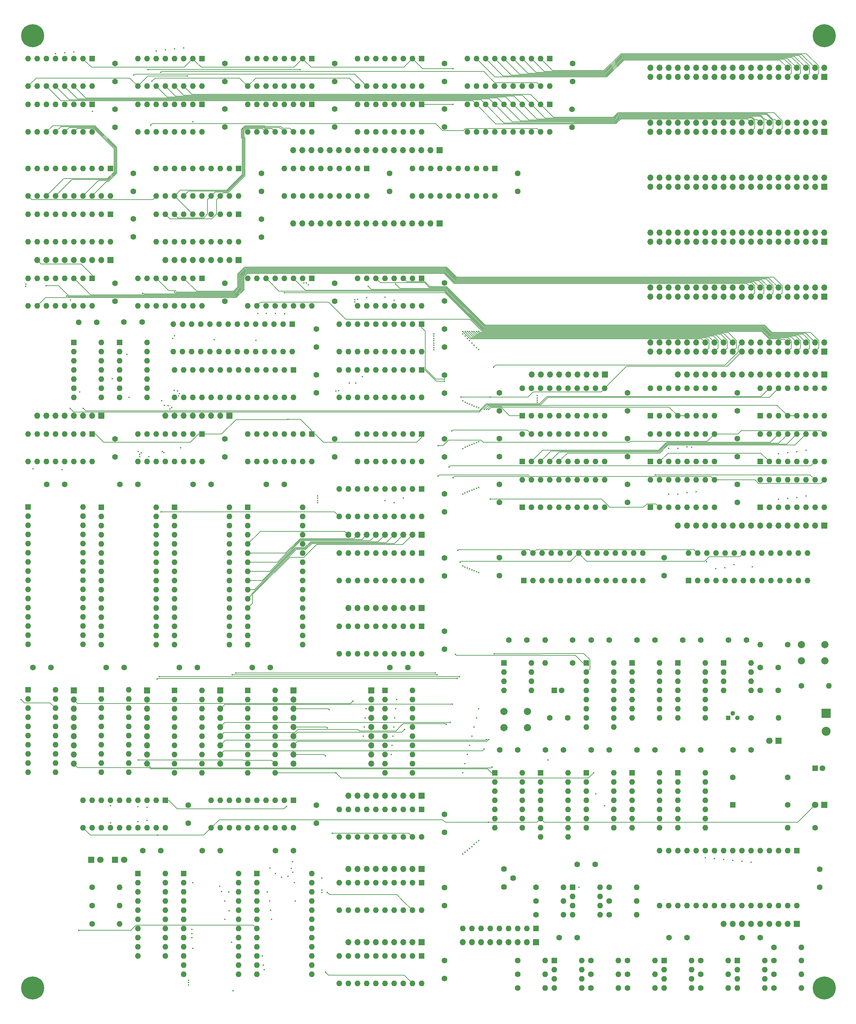
<source format=gbr>
G04 #@! TF.GenerationSoftware,KiCad,Pcbnew,(5.1.0-0)*
G04 #@! TF.CreationDate,2019-11-14T15:36:09-08:00*
G04 #@! TF.ProjectId,MainBoard,4d61696e-426f-4617-9264-2e6b69636164,rev?*
G04 #@! TF.SameCoordinates,Original*
G04 #@! TF.FileFunction,Copper,L3,Inr*
G04 #@! TF.FilePolarity,Positive*
%FSLAX46Y46*%
G04 Gerber Fmt 4.6, Leading zero omitted, Abs format (unit mm)*
G04 Created by KiCad (PCBNEW (5.1.0-0)) date 2019-11-14 15:36:09*
%MOMM*%
%LPD*%
G04 APERTURE LIST*
%ADD10O,1.600000X1.600000*%
%ADD11C,1.600000*%
%ADD12R,1.600000X1.600000*%
%ADD13O,1.700000X1.700000*%
%ADD14R,1.700000X1.700000*%
%ADD15C,2.500000*%
%ADD16R,2.500000X2.500000*%
%ADD17C,6.400000*%
%ADD18R,1.300000X1.300000*%
%ADD19C,1.300000*%
%ADD20C,2.000000*%
%ADD21C,1.620000*%
%ADD22C,1.800000*%
%ADD23R,1.800000X1.800000*%
%ADD24C,0.450000*%
%ADD25C,0.127000*%
G04 APERTURE END LIST*
D10*
X389890000Y-330327000D03*
D11*
X382270000Y-330327000D03*
D10*
X304800000Y-121920000D03*
X281940000Y-114300000D03*
X302260000Y-121920000D03*
X284480000Y-114300000D03*
X299720000Y-121920000D03*
X287020000Y-114300000D03*
X297180000Y-121920000D03*
X289560000Y-114300000D03*
X294640000Y-121920000D03*
X292100000Y-114300000D03*
X292100000Y-121920000D03*
X294640000Y-114300000D03*
X289560000Y-121920000D03*
X297180000Y-114300000D03*
X287020000Y-121920000D03*
X299720000Y-114300000D03*
X284480000Y-121920000D03*
X302260000Y-114300000D03*
X281940000Y-121920000D03*
D12*
X304800000Y-114300000D03*
D10*
X269240000Y-121920000D03*
X246380000Y-114300000D03*
X266700000Y-121920000D03*
X248920000Y-114300000D03*
X264160000Y-121920000D03*
X251460000Y-114300000D03*
X261620000Y-121920000D03*
X254000000Y-114300000D03*
X259080000Y-121920000D03*
X256540000Y-114300000D03*
X256540000Y-121920000D03*
X259080000Y-114300000D03*
X254000000Y-121920000D03*
X261620000Y-114300000D03*
X251460000Y-121920000D03*
X264160000Y-114300000D03*
X248920000Y-121920000D03*
X266700000Y-114300000D03*
X246380000Y-121920000D03*
D12*
X269240000Y-114300000D03*
D10*
X233680000Y-121920000D03*
X210820000Y-114300000D03*
X231140000Y-121920000D03*
X213360000Y-114300000D03*
X228600000Y-121920000D03*
X215900000Y-114300000D03*
X226060000Y-121920000D03*
X218440000Y-114300000D03*
X223520000Y-121920000D03*
X220980000Y-114300000D03*
X220980000Y-121920000D03*
X223520000Y-114300000D03*
X218440000Y-121920000D03*
X226060000Y-114300000D03*
X215900000Y-121920000D03*
X228600000Y-114300000D03*
X213360000Y-121920000D03*
X231140000Y-114300000D03*
X210820000Y-121920000D03*
D12*
X233680000Y-114300000D03*
D10*
X198120000Y-121920000D03*
X175260000Y-114300000D03*
X195580000Y-121920000D03*
X177800000Y-114300000D03*
X193040000Y-121920000D03*
X180340000Y-114300000D03*
X190500000Y-121920000D03*
X182880000Y-114300000D03*
X187960000Y-121920000D03*
X185420000Y-114300000D03*
X185420000Y-121920000D03*
X187960000Y-114300000D03*
X182880000Y-121920000D03*
X190500000Y-114300000D03*
X180340000Y-121920000D03*
X193040000Y-114300000D03*
X177800000Y-121920000D03*
X195580000Y-114300000D03*
X175260000Y-121920000D03*
D12*
X198120000Y-114300000D03*
D13*
X248840000Y-129540000D03*
X251380000Y-129540000D03*
X253920000Y-129540000D03*
X256460000Y-129540000D03*
X259000000Y-129540000D03*
X261540000Y-129540000D03*
X264080000Y-129540000D03*
X266620000Y-129540000D03*
X269160000Y-129540000D03*
X271700000Y-129540000D03*
X274240000Y-129540000D03*
X276780000Y-129540000D03*
X279320000Y-129540000D03*
X281860000Y-129540000D03*
X284400000Y-129540000D03*
X286940000Y-129540000D03*
D14*
X289480000Y-129540000D03*
D11*
X311150000Y-115650000D03*
X311150000Y-120650000D03*
X275590000Y-115650000D03*
X275590000Y-120650000D03*
X240030000Y-115650000D03*
X240030000Y-120650000D03*
X204470000Y-115650000D03*
X204470000Y-120650000D03*
D10*
X358540000Y-220980000D03*
X391560000Y-228600000D03*
X361080000Y-220980000D03*
X389020000Y-228600000D03*
X363620000Y-220980000D03*
X386480000Y-228600000D03*
X366160000Y-220980000D03*
X383940000Y-228600000D03*
X368700000Y-220980000D03*
X381400000Y-228600000D03*
X371240000Y-220980000D03*
X378860000Y-228600000D03*
X373780000Y-220980000D03*
X376320000Y-228600000D03*
X376320000Y-220980000D03*
X373780000Y-228600000D03*
X378860000Y-220980000D03*
X371240000Y-228600000D03*
X381400000Y-220980000D03*
X368700000Y-228600000D03*
X383940000Y-220980000D03*
X366160000Y-228600000D03*
X386480000Y-220980000D03*
X363620000Y-228600000D03*
X389020000Y-220980000D03*
X361080000Y-228600000D03*
X391560000Y-220980000D03*
D12*
X358540000Y-228600000D03*
D10*
X312820000Y-220980000D03*
X345840000Y-228600000D03*
X315360000Y-220980000D03*
X343300000Y-228600000D03*
X317900000Y-220980000D03*
X340760000Y-228600000D03*
X320440000Y-220980000D03*
X338220000Y-228600000D03*
X322980000Y-220980000D03*
X335680000Y-228600000D03*
X325520000Y-220980000D03*
X333140000Y-228600000D03*
X328060000Y-220980000D03*
X330600000Y-228600000D03*
X330600000Y-220980000D03*
X328060000Y-228600000D03*
X333140000Y-220980000D03*
X325520000Y-228600000D03*
X335680000Y-220980000D03*
X322980000Y-228600000D03*
X338220000Y-220980000D03*
X320440000Y-228600000D03*
X340760000Y-220980000D03*
X317900000Y-228600000D03*
X343300000Y-220980000D03*
X315360000Y-228600000D03*
X345840000Y-220980000D03*
D12*
X312820000Y-228600000D03*
D13*
X347980000Y-86360000D03*
X347980000Y-88900000D03*
X350520000Y-86360000D03*
X350520000Y-88900000D03*
X353060000Y-86360000D03*
X353060000Y-88900000D03*
X355600000Y-86360000D03*
X355600000Y-88900000D03*
X358140000Y-86360000D03*
X358140000Y-88900000D03*
X360680000Y-86360000D03*
X360680000Y-88900000D03*
X363220000Y-86360000D03*
X363220000Y-88900000D03*
X365760000Y-86360000D03*
X365760000Y-88900000D03*
X368300000Y-86360000D03*
X368300000Y-88900000D03*
X370840000Y-86360000D03*
X370840000Y-88900000D03*
X373380000Y-86360000D03*
X373380000Y-88900000D03*
X375920000Y-86360000D03*
X375920000Y-88900000D03*
X378460000Y-86360000D03*
X378460000Y-88900000D03*
X381000000Y-86360000D03*
X381000000Y-88900000D03*
X383540000Y-86360000D03*
X383540000Y-88900000D03*
X386080000Y-86360000D03*
X386080000Y-88900000D03*
X388620000Y-86360000D03*
X388620000Y-88900000D03*
X391160000Y-86360000D03*
X391160000Y-88900000D03*
X393700000Y-86360000D03*
X393700000Y-88900000D03*
X396240000Y-86360000D03*
D14*
X396240000Y-88900000D03*
D11*
X351790000Y-227250000D03*
X351790000Y-222250000D03*
X306070000Y-227250000D03*
X306070000Y-222250000D03*
D13*
X355600000Y-171450000D03*
X358140000Y-171450000D03*
X360680000Y-171450000D03*
X363220000Y-171450000D03*
X365760000Y-171450000D03*
X368300000Y-171450000D03*
X370840000Y-171450000D03*
X373380000Y-171450000D03*
X375920000Y-171450000D03*
X378460000Y-171450000D03*
X381000000Y-171450000D03*
X383540000Y-171450000D03*
X386080000Y-171450000D03*
X388620000Y-171450000D03*
X391160000Y-171450000D03*
X393700000Y-171450000D03*
D14*
X396240000Y-171450000D03*
D10*
X347980000Y-200660000D03*
X365760000Y-208280000D03*
X350520000Y-200660000D03*
X363220000Y-208280000D03*
X353060000Y-200660000D03*
X360680000Y-208280000D03*
X355600000Y-200660000D03*
X358140000Y-208280000D03*
X358140000Y-200660000D03*
X355600000Y-208280000D03*
X360680000Y-200660000D03*
X353060000Y-208280000D03*
X363220000Y-200660000D03*
X350520000Y-208280000D03*
X365760000Y-200660000D03*
D12*
X347980000Y-208280000D03*
D10*
X378460000Y-200660000D03*
X396240000Y-208280000D03*
X381000000Y-200660000D03*
X393700000Y-208280000D03*
X383540000Y-200660000D03*
X391160000Y-208280000D03*
X386080000Y-200660000D03*
X388620000Y-208280000D03*
X388620000Y-200660000D03*
X386080000Y-208280000D03*
X391160000Y-200660000D03*
X383540000Y-208280000D03*
X393700000Y-200660000D03*
X381000000Y-208280000D03*
X396240000Y-200660000D03*
D12*
X378460000Y-208280000D03*
D10*
X312420000Y-187960000D03*
X335280000Y-195580000D03*
X314960000Y-187960000D03*
X332740000Y-195580000D03*
X317500000Y-187960000D03*
X330200000Y-195580000D03*
X320040000Y-187960000D03*
X327660000Y-195580000D03*
X322580000Y-187960000D03*
X325120000Y-195580000D03*
X325120000Y-187960000D03*
X322580000Y-195580000D03*
X327660000Y-187960000D03*
X320040000Y-195580000D03*
X330200000Y-187960000D03*
X317500000Y-195580000D03*
X332740000Y-187960000D03*
X314960000Y-195580000D03*
X335280000Y-187960000D03*
D12*
X312420000Y-195580000D03*
D10*
X347980000Y-187960000D03*
X365760000Y-195580000D03*
X350520000Y-187960000D03*
X363220000Y-195580000D03*
X353060000Y-187960000D03*
X360680000Y-195580000D03*
X355600000Y-187960000D03*
X358140000Y-195580000D03*
X358140000Y-187960000D03*
X355600000Y-195580000D03*
X360680000Y-187960000D03*
X353060000Y-195580000D03*
X363220000Y-187960000D03*
X350520000Y-195580000D03*
X365760000Y-187960000D03*
D12*
X347980000Y-195580000D03*
D10*
X312420000Y-200660000D03*
X335280000Y-208280000D03*
X314960000Y-200660000D03*
X332740000Y-208280000D03*
X317500000Y-200660000D03*
X330200000Y-208280000D03*
X320040000Y-200660000D03*
X327660000Y-208280000D03*
X322580000Y-200660000D03*
X325120000Y-208280000D03*
X325120000Y-200660000D03*
X322580000Y-208280000D03*
X327660000Y-200660000D03*
X320040000Y-208280000D03*
X330200000Y-200660000D03*
X317500000Y-208280000D03*
X332740000Y-200660000D03*
X314960000Y-208280000D03*
X335280000Y-200660000D03*
D12*
X312420000Y-208280000D03*
D10*
X378460000Y-187960000D03*
X396240000Y-195580000D03*
X381000000Y-187960000D03*
X393700000Y-195580000D03*
X383540000Y-187960000D03*
X391160000Y-195580000D03*
X386080000Y-187960000D03*
X388620000Y-195580000D03*
X388620000Y-187960000D03*
X386080000Y-195580000D03*
X391160000Y-187960000D03*
X383540000Y-195580000D03*
X393700000Y-187960000D03*
X381000000Y-195580000D03*
X396240000Y-187960000D03*
D12*
X378460000Y-195580000D03*
D13*
X355600000Y-213360000D03*
X358140000Y-213360000D03*
X360680000Y-213360000D03*
X363220000Y-213360000D03*
X365760000Y-213360000D03*
X368300000Y-213360000D03*
X370840000Y-213360000D03*
X373380000Y-213360000D03*
X375920000Y-213360000D03*
X378460000Y-213360000D03*
X381000000Y-213360000D03*
X383540000Y-213360000D03*
X386080000Y-213360000D03*
X388620000Y-213360000D03*
X391160000Y-213360000D03*
X393700000Y-213360000D03*
D14*
X396240000Y-213360000D03*
D11*
X306070000Y-206930000D03*
X306070000Y-201930000D03*
X372110000Y-206930000D03*
X372110000Y-201930000D03*
X341630000Y-206930000D03*
X341630000Y-201930000D03*
X372110000Y-194230000D03*
X372110000Y-189230000D03*
X341630000Y-194230000D03*
X341630000Y-189230000D03*
X306070000Y-194230000D03*
X306070000Y-189230000D03*
D10*
X193040000Y-91440000D03*
X175260000Y-83820000D03*
X190500000Y-91440000D03*
X177800000Y-83820000D03*
X187960000Y-91440000D03*
X180340000Y-83820000D03*
X185420000Y-91440000D03*
X182880000Y-83820000D03*
X182880000Y-91440000D03*
X185420000Y-83820000D03*
X180340000Y-91440000D03*
X187960000Y-83820000D03*
X177800000Y-91440000D03*
X190500000Y-83820000D03*
X175260000Y-91440000D03*
D12*
X193040000Y-83820000D03*
D10*
X223520000Y-91440000D03*
X205740000Y-83820000D03*
X220980000Y-91440000D03*
X208280000Y-83820000D03*
X218440000Y-91440000D03*
X210820000Y-83820000D03*
X215900000Y-91440000D03*
X213360000Y-83820000D03*
X213360000Y-91440000D03*
X215900000Y-83820000D03*
X210820000Y-91440000D03*
X218440000Y-83820000D03*
X208280000Y-91440000D03*
X220980000Y-83820000D03*
X205740000Y-91440000D03*
D12*
X223520000Y-83820000D03*
D10*
X320040000Y-91440000D03*
X297180000Y-83820000D03*
X317500000Y-91440000D03*
X299720000Y-83820000D03*
X314960000Y-91440000D03*
X302260000Y-83820000D03*
X312420000Y-91440000D03*
X304800000Y-83820000D03*
X309880000Y-91440000D03*
X307340000Y-83820000D03*
X307340000Y-91440000D03*
X309880000Y-83820000D03*
X304800000Y-91440000D03*
X312420000Y-83820000D03*
X302260000Y-91440000D03*
X314960000Y-83820000D03*
X299720000Y-91440000D03*
X317500000Y-83820000D03*
X297180000Y-91440000D03*
D12*
X320040000Y-83820000D03*
D10*
X254000000Y-91440000D03*
X236220000Y-83820000D03*
X251460000Y-91440000D03*
X238760000Y-83820000D03*
X248920000Y-91440000D03*
X241300000Y-83820000D03*
X246380000Y-91440000D03*
X243840000Y-83820000D03*
X243840000Y-91440000D03*
X246380000Y-83820000D03*
X241300000Y-91440000D03*
X248920000Y-83820000D03*
X238760000Y-91440000D03*
X251460000Y-83820000D03*
X236220000Y-91440000D03*
D12*
X254000000Y-83820000D03*
D10*
X320040000Y-104140000D03*
X297180000Y-96520000D03*
X317500000Y-104140000D03*
X299720000Y-96520000D03*
X314960000Y-104140000D03*
X302260000Y-96520000D03*
X312420000Y-104140000D03*
X304800000Y-96520000D03*
X309880000Y-104140000D03*
X307340000Y-96520000D03*
X307340000Y-104140000D03*
X309880000Y-96520000D03*
X304800000Y-104140000D03*
X312420000Y-96520000D03*
X302260000Y-104140000D03*
X314960000Y-96520000D03*
X299720000Y-104140000D03*
X317500000Y-96520000D03*
X297180000Y-104140000D03*
D12*
X320040000Y-96520000D03*
D10*
X284480000Y-91440000D03*
X266700000Y-83820000D03*
X281940000Y-91440000D03*
X269240000Y-83820000D03*
X279400000Y-91440000D03*
X271780000Y-83820000D03*
X276860000Y-91440000D03*
X274320000Y-83820000D03*
X274320000Y-91440000D03*
X276860000Y-83820000D03*
X271780000Y-91440000D03*
X279400000Y-83820000D03*
X269240000Y-91440000D03*
X281940000Y-83820000D03*
X266700000Y-91440000D03*
D12*
X284480000Y-83820000D03*
D11*
X326390000Y-85170000D03*
X326390000Y-90170000D03*
X326263000Y-97870000D03*
X326263000Y-102870000D03*
X275670000Y-252730000D03*
X280670000Y-252730000D03*
D13*
X264160000Y-236220000D03*
X266700000Y-236220000D03*
X269240000Y-236220000D03*
X271780000Y-236220000D03*
X274320000Y-236220000D03*
X276860000Y-236220000D03*
X279400000Y-236220000D03*
X281940000Y-236220000D03*
D14*
X284480000Y-236220000D03*
D13*
X264160000Y-215900000D03*
X266700000Y-215900000D03*
X269240000Y-215900000D03*
X271780000Y-215900000D03*
X274320000Y-215900000D03*
X276860000Y-215900000D03*
X279400000Y-215900000D03*
X281940000Y-215900000D03*
D14*
X284480000Y-215900000D03*
D10*
X233680000Y-309880000D03*
X218440000Y-337820000D03*
X233680000Y-312420000D03*
X218440000Y-335280000D03*
X233680000Y-314960000D03*
X218440000Y-332740000D03*
X233680000Y-317500000D03*
X218440000Y-330200000D03*
X233680000Y-320040000D03*
X218440000Y-327660000D03*
X233680000Y-322580000D03*
X218440000Y-325120000D03*
X233680000Y-325120000D03*
X218440000Y-322580000D03*
X233680000Y-327660000D03*
X218440000Y-320040000D03*
X233680000Y-330200000D03*
X218440000Y-317500000D03*
X233680000Y-332740000D03*
X218440000Y-314960000D03*
X233680000Y-335280000D03*
X218440000Y-312420000D03*
X233680000Y-337820000D03*
D12*
X218440000Y-309880000D03*
D10*
X254000000Y-309880000D03*
X238760000Y-337820000D03*
X254000000Y-312420000D03*
X238760000Y-335280000D03*
X254000000Y-314960000D03*
X238760000Y-332740000D03*
X254000000Y-317500000D03*
X238760000Y-330200000D03*
X254000000Y-320040000D03*
X238760000Y-327660000D03*
X254000000Y-322580000D03*
X238760000Y-325120000D03*
X254000000Y-325120000D03*
X238760000Y-322580000D03*
X254000000Y-327660000D03*
X238760000Y-320040000D03*
X254000000Y-330200000D03*
X238760000Y-317500000D03*
X254000000Y-332740000D03*
X238760000Y-314960000D03*
X254000000Y-335280000D03*
X238760000Y-312420000D03*
X254000000Y-337820000D03*
D12*
X238760000Y-309880000D03*
D10*
X284480000Y-340360000D03*
X261620000Y-332740000D03*
X281940000Y-340360000D03*
X264160000Y-332740000D03*
X279400000Y-340360000D03*
X266700000Y-332740000D03*
X276860000Y-340360000D03*
X269240000Y-332740000D03*
X274320000Y-340360000D03*
X271780000Y-332740000D03*
X271780000Y-340360000D03*
X274320000Y-332740000D03*
X269240000Y-340360000D03*
X276860000Y-332740000D03*
X266700000Y-340360000D03*
X279400000Y-332740000D03*
X264160000Y-340360000D03*
X281940000Y-332740000D03*
X261620000Y-340360000D03*
D12*
X284480000Y-332740000D03*
D10*
X284480000Y-320040000D03*
X261620000Y-312420000D03*
X281940000Y-320040000D03*
X264160000Y-312420000D03*
X279400000Y-320040000D03*
X266700000Y-312420000D03*
X276860000Y-320040000D03*
X269240000Y-312420000D03*
X274320000Y-320040000D03*
X271780000Y-312420000D03*
X271780000Y-320040000D03*
X274320000Y-312420000D03*
X269240000Y-320040000D03*
X276860000Y-312420000D03*
X266700000Y-320040000D03*
X279400000Y-312420000D03*
X264160000Y-320040000D03*
X281940000Y-312420000D03*
X261620000Y-320040000D03*
D12*
X284480000Y-312420000D03*
D10*
X284480000Y-299720000D03*
X261620000Y-292100000D03*
X281940000Y-299720000D03*
X264160000Y-292100000D03*
X279400000Y-299720000D03*
X266700000Y-292100000D03*
X276860000Y-299720000D03*
X269240000Y-292100000D03*
X274320000Y-299720000D03*
X271780000Y-292100000D03*
X271780000Y-299720000D03*
X274320000Y-292100000D03*
X269240000Y-299720000D03*
X276860000Y-292100000D03*
X266700000Y-299720000D03*
X279400000Y-292100000D03*
X264160000Y-299720000D03*
X281940000Y-292100000D03*
X261620000Y-299720000D03*
D12*
X284480000Y-292100000D03*
D10*
X281940000Y-259080000D03*
X274320000Y-281940000D03*
X281940000Y-261620000D03*
X274320000Y-279400000D03*
X281940000Y-264160000D03*
X274320000Y-276860000D03*
X281940000Y-266700000D03*
X274320000Y-274320000D03*
X281940000Y-269240000D03*
X274320000Y-271780000D03*
X281940000Y-271780000D03*
X274320000Y-269240000D03*
X281940000Y-274320000D03*
X274320000Y-266700000D03*
X281940000Y-276860000D03*
X274320000Y-264160000D03*
X281940000Y-279400000D03*
X274320000Y-261620000D03*
X281940000Y-281940000D03*
D12*
X274320000Y-259080000D03*
D10*
X284480000Y-165100000D03*
X261620000Y-157480000D03*
X281940000Y-165100000D03*
X264160000Y-157480000D03*
X279400000Y-165100000D03*
X266700000Y-157480000D03*
X276860000Y-165100000D03*
X269240000Y-157480000D03*
X274320000Y-165100000D03*
X271780000Y-157480000D03*
X271780000Y-165100000D03*
X274320000Y-157480000D03*
X269240000Y-165100000D03*
X276860000Y-157480000D03*
X266700000Y-165100000D03*
X279400000Y-157480000D03*
X264160000Y-165100000D03*
X281940000Y-157480000D03*
X261620000Y-165100000D03*
D12*
X284480000Y-157480000D03*
D10*
X284480000Y-177800000D03*
X261620000Y-170180000D03*
X281940000Y-177800000D03*
X264160000Y-170180000D03*
X279400000Y-177800000D03*
X266700000Y-170180000D03*
X276860000Y-177800000D03*
X269240000Y-170180000D03*
X274320000Y-177800000D03*
X271780000Y-170180000D03*
X271780000Y-177800000D03*
X274320000Y-170180000D03*
X269240000Y-177800000D03*
X276860000Y-170180000D03*
X266700000Y-177800000D03*
X279400000Y-170180000D03*
X264160000Y-177800000D03*
X281940000Y-170180000D03*
X261620000Y-177800000D03*
D12*
X284480000Y-170180000D03*
D10*
X248615800Y-165100000D03*
X215595800Y-157480000D03*
X246075800Y-165100000D03*
X218135800Y-157480000D03*
X243535800Y-165100000D03*
X220675800Y-157480000D03*
X240995800Y-165100000D03*
X223215800Y-157480000D03*
X238455800Y-165100000D03*
X225755800Y-157480000D03*
X235915800Y-165100000D03*
X228295800Y-157480000D03*
X233375800Y-165100000D03*
X230835800Y-157480000D03*
X230835800Y-165100000D03*
X233375800Y-157480000D03*
X228295800Y-165100000D03*
X235915800Y-157480000D03*
X225755800Y-165100000D03*
X238455800Y-157480000D03*
X223215800Y-165100000D03*
X240995800Y-157480000D03*
X220675800Y-165100000D03*
X243535800Y-157480000D03*
X218135800Y-165100000D03*
X246075800Y-157480000D03*
X215595800Y-165100000D03*
D12*
X248615800Y-157480000D03*
D10*
X248920000Y-177800000D03*
X215900000Y-170180000D03*
X246380000Y-177800000D03*
X218440000Y-170180000D03*
X243840000Y-177800000D03*
X220980000Y-170180000D03*
X241300000Y-177800000D03*
X223520000Y-170180000D03*
X238760000Y-177800000D03*
X226060000Y-170180000D03*
X236220000Y-177800000D03*
X228600000Y-170180000D03*
X233680000Y-177800000D03*
X231140000Y-170180000D03*
X231140000Y-177800000D03*
X233680000Y-170180000D03*
X228600000Y-177800000D03*
X236220000Y-170180000D03*
X226060000Y-177800000D03*
X238760000Y-170180000D03*
X223520000Y-177800000D03*
X241300000Y-170180000D03*
X220980000Y-177800000D03*
X243840000Y-170180000D03*
X218440000Y-177800000D03*
X246380000Y-170180000D03*
X215900000Y-177800000D03*
D12*
X248920000Y-170180000D03*
D13*
X248920000Y-279400000D03*
X248920000Y-276860000D03*
X248920000Y-274320000D03*
X248920000Y-271780000D03*
X248920000Y-269240000D03*
X248920000Y-266700000D03*
X248920000Y-264160000D03*
X248920000Y-261620000D03*
D14*
X248920000Y-259080000D03*
D13*
X228600000Y-279400000D03*
X228600000Y-276860000D03*
X228600000Y-274320000D03*
X228600000Y-271780000D03*
X228600000Y-269240000D03*
X228600000Y-266700000D03*
X228600000Y-264160000D03*
X228600000Y-261620000D03*
D14*
X228600000Y-259080000D03*
D13*
X208280000Y-279400000D03*
X208280000Y-276860000D03*
X208280000Y-274320000D03*
X208280000Y-271780000D03*
X208280000Y-269240000D03*
X208280000Y-266700000D03*
X208280000Y-264160000D03*
X208280000Y-261620000D03*
D14*
X208280000Y-259080000D03*
D13*
X187960000Y-279400000D03*
X187960000Y-276860000D03*
X187960000Y-274320000D03*
X187960000Y-271780000D03*
X187960000Y-269240000D03*
X187960000Y-266700000D03*
X187960000Y-264160000D03*
X187960000Y-261620000D03*
D14*
X187960000Y-259080000D03*
D10*
X203200000Y-258922000D03*
X195580000Y-281782000D03*
X203200000Y-261462000D03*
X195580000Y-279242000D03*
X203200000Y-264002000D03*
X195580000Y-276702000D03*
X203200000Y-266542000D03*
X195580000Y-274162000D03*
X203200000Y-269082000D03*
X195580000Y-271622000D03*
X203200000Y-271622000D03*
X195580000Y-269082000D03*
X203200000Y-274162000D03*
X195580000Y-266542000D03*
X203200000Y-276702000D03*
X195580000Y-264002000D03*
X203200000Y-279242000D03*
X195580000Y-261462000D03*
X203200000Y-281782000D03*
D12*
X195580000Y-258922000D03*
D10*
X182880000Y-258922000D03*
X175260000Y-281782000D03*
X182880000Y-261462000D03*
X175260000Y-279242000D03*
X182880000Y-264002000D03*
X175260000Y-276702000D03*
X182880000Y-266542000D03*
X175260000Y-274162000D03*
X182880000Y-269082000D03*
X175260000Y-271622000D03*
X182880000Y-271622000D03*
X175260000Y-269082000D03*
X182880000Y-274162000D03*
X175260000Y-266542000D03*
X182880000Y-276702000D03*
X175260000Y-264002000D03*
X182880000Y-279242000D03*
X175260000Y-261462000D03*
X182880000Y-281782000D03*
D12*
X175260000Y-258922000D03*
D10*
X210820000Y-208280000D03*
X195580000Y-246380000D03*
X210820000Y-210820000D03*
X195580000Y-243840000D03*
X210820000Y-213360000D03*
X195580000Y-241300000D03*
X210820000Y-215900000D03*
X195580000Y-238760000D03*
X210820000Y-218440000D03*
X195580000Y-236220000D03*
X210820000Y-220980000D03*
X195580000Y-233680000D03*
X210820000Y-223520000D03*
X195580000Y-231140000D03*
X210820000Y-226060000D03*
X195580000Y-228600000D03*
X210820000Y-228600000D03*
X195580000Y-226060000D03*
X210820000Y-231140000D03*
X195580000Y-223520000D03*
X210820000Y-233680000D03*
X195580000Y-220980000D03*
X210820000Y-236220000D03*
X195580000Y-218440000D03*
X210820000Y-238760000D03*
X195580000Y-215900000D03*
X210820000Y-241300000D03*
X195580000Y-213360000D03*
X210820000Y-243840000D03*
X195580000Y-210820000D03*
X210820000Y-246380000D03*
D12*
X195580000Y-208280000D03*
D10*
X190500000Y-208172000D03*
X175260000Y-246272000D03*
X190500000Y-210712000D03*
X175260000Y-243732000D03*
X190500000Y-213252000D03*
X175260000Y-241192000D03*
X190500000Y-215792000D03*
X175260000Y-238652000D03*
X190500000Y-218332000D03*
X175260000Y-236112000D03*
X190500000Y-220872000D03*
X175260000Y-233572000D03*
X190500000Y-223412000D03*
X175260000Y-231032000D03*
X190500000Y-225952000D03*
X175260000Y-228492000D03*
X190500000Y-228492000D03*
X175260000Y-225952000D03*
X190500000Y-231032000D03*
X175260000Y-223412000D03*
X190500000Y-233572000D03*
X175260000Y-220872000D03*
X190500000Y-236112000D03*
X175260000Y-218332000D03*
X190500000Y-238652000D03*
X175260000Y-215792000D03*
X190500000Y-241192000D03*
X175260000Y-213252000D03*
X190500000Y-243732000D03*
X175260000Y-210712000D03*
X190500000Y-246272000D03*
D12*
X175260000Y-208172000D03*
D11*
X180420000Y-201930000D03*
X185420000Y-201930000D03*
X196930000Y-252730000D03*
X201930000Y-252730000D03*
X176610000Y-252730000D03*
X181610000Y-252730000D03*
X200740000Y-201930000D03*
X205740000Y-201930000D03*
D10*
X378460000Y-175260000D03*
X396240000Y-182880000D03*
X381000000Y-175260000D03*
X393700000Y-182880000D03*
X383540000Y-175260000D03*
X391160000Y-182880000D03*
X386080000Y-175260000D03*
X388620000Y-182880000D03*
X388620000Y-175260000D03*
X386080000Y-182880000D03*
X391160000Y-175260000D03*
X383540000Y-182880000D03*
X393700000Y-175260000D03*
X381000000Y-182880000D03*
X396240000Y-175260000D03*
D12*
X378460000Y-182880000D03*
D15*
X396748000Y-270430000D03*
D16*
X396748000Y-265430000D03*
D17*
X396240000Y-341630000D03*
X396240000Y-77470000D03*
X176530000Y-341630000D03*
X176530000Y-77470000D03*
D10*
X208280000Y-162560000D03*
X200660000Y-177800000D03*
X208280000Y-165100000D03*
X200660000Y-175260000D03*
X208280000Y-167640000D03*
X200660000Y-172720000D03*
X208280000Y-170180000D03*
X200660000Y-170180000D03*
X208280000Y-172720000D03*
X200660000Y-167640000D03*
X208280000Y-175260000D03*
X200660000Y-165100000D03*
X208280000Y-177800000D03*
D12*
X200660000Y-162560000D03*
D10*
X195580000Y-162560000D03*
X187960000Y-177800000D03*
X195580000Y-165100000D03*
X187960000Y-175260000D03*
X195580000Y-167640000D03*
X187960000Y-172720000D03*
X195580000Y-170180000D03*
X187960000Y-170180000D03*
X195580000Y-172720000D03*
X187960000Y-167640000D03*
X195580000Y-175260000D03*
X187960000Y-165100000D03*
X195580000Y-177800000D03*
D12*
X187960000Y-162560000D03*
D11*
X290830000Y-158830000D03*
X290830000Y-163830000D03*
X372110000Y-181530000D03*
X372110000Y-176530000D03*
D13*
X347980000Y-116840000D03*
X347980000Y-119380000D03*
X350520000Y-116840000D03*
X350520000Y-119380000D03*
X353060000Y-116840000D03*
X353060000Y-119380000D03*
X355600000Y-116840000D03*
X355600000Y-119380000D03*
X358140000Y-116840000D03*
X358140000Y-119380000D03*
X360680000Y-116840000D03*
X360680000Y-119380000D03*
X363220000Y-116840000D03*
X363220000Y-119380000D03*
X365760000Y-116840000D03*
X365760000Y-119380000D03*
X368300000Y-116840000D03*
X368300000Y-119380000D03*
X370840000Y-116840000D03*
X370840000Y-119380000D03*
X373380000Y-116840000D03*
X373380000Y-119380000D03*
X375920000Y-116840000D03*
X375920000Y-119380000D03*
X378460000Y-116840000D03*
X378460000Y-119380000D03*
X381000000Y-116840000D03*
X381000000Y-119380000D03*
X383540000Y-116840000D03*
X383540000Y-119380000D03*
X386080000Y-116840000D03*
X386080000Y-119380000D03*
X388620000Y-116840000D03*
X388620000Y-119380000D03*
X391160000Y-116840000D03*
X391160000Y-119380000D03*
X393700000Y-116840000D03*
X393700000Y-119380000D03*
X396240000Y-116840000D03*
D14*
X396240000Y-119380000D03*
D13*
X347980000Y-147320000D03*
X347980000Y-149860000D03*
X350520000Y-147320000D03*
X350520000Y-149860000D03*
X353060000Y-147320000D03*
X353060000Y-149860000D03*
X355600000Y-147320000D03*
X355600000Y-149860000D03*
X358140000Y-147320000D03*
X358140000Y-149860000D03*
X360680000Y-147320000D03*
X360680000Y-149860000D03*
X363220000Y-147320000D03*
X363220000Y-149860000D03*
X365760000Y-147320000D03*
X365760000Y-149860000D03*
X368300000Y-147320000D03*
X368300000Y-149860000D03*
X370840000Y-147320000D03*
X370840000Y-149860000D03*
X373380000Y-147320000D03*
X373380000Y-149860000D03*
X375920000Y-147320000D03*
X375920000Y-149860000D03*
X378460000Y-147320000D03*
X378460000Y-149860000D03*
X381000000Y-147320000D03*
X381000000Y-149860000D03*
X383540000Y-147320000D03*
X383540000Y-149860000D03*
X386080000Y-147320000D03*
X386080000Y-149860000D03*
X388620000Y-147320000D03*
X388620000Y-149860000D03*
X391160000Y-147320000D03*
X391160000Y-149860000D03*
X393700000Y-147320000D03*
X393700000Y-149860000D03*
X396240000Y-147320000D03*
D14*
X396240000Y-149860000D03*
D13*
X347980000Y-162560000D03*
X347980000Y-165100000D03*
X350520000Y-162560000D03*
X350520000Y-165100000D03*
X353060000Y-162560000D03*
X353060000Y-165100000D03*
X355600000Y-162560000D03*
X355600000Y-165100000D03*
X358140000Y-162560000D03*
X358140000Y-165100000D03*
X360680000Y-162560000D03*
X360680000Y-165100000D03*
X363220000Y-162560000D03*
X363220000Y-165100000D03*
X365760000Y-162560000D03*
X365760000Y-165100000D03*
X368300000Y-162560000D03*
X368300000Y-165100000D03*
X370840000Y-162560000D03*
X370840000Y-165100000D03*
X373380000Y-162560000D03*
X373380000Y-165100000D03*
X375920000Y-162560000D03*
X375920000Y-165100000D03*
X378460000Y-162560000D03*
X378460000Y-165100000D03*
X381000000Y-162560000D03*
X381000000Y-165100000D03*
X383540000Y-162560000D03*
X383540000Y-165100000D03*
X386080000Y-162560000D03*
X386080000Y-165100000D03*
X388620000Y-162560000D03*
X388620000Y-165100000D03*
X391160000Y-162560000D03*
X391160000Y-165100000D03*
X393700000Y-162560000D03*
X393700000Y-165100000D03*
X396240000Y-162560000D03*
D14*
X396240000Y-165100000D03*
D13*
X347980000Y-132080000D03*
X347980000Y-134620000D03*
X350520000Y-132080000D03*
X350520000Y-134620000D03*
X353060000Y-132080000D03*
X353060000Y-134620000D03*
X355600000Y-132080000D03*
X355600000Y-134620000D03*
X358140000Y-132080000D03*
X358140000Y-134620000D03*
X360680000Y-132080000D03*
X360680000Y-134620000D03*
X363220000Y-132080000D03*
X363220000Y-134620000D03*
X365760000Y-132080000D03*
X365760000Y-134620000D03*
X368300000Y-132080000D03*
X368300000Y-134620000D03*
X370840000Y-132080000D03*
X370840000Y-134620000D03*
X373380000Y-132080000D03*
X373380000Y-134620000D03*
X375920000Y-132080000D03*
X375920000Y-134620000D03*
X378460000Y-132080000D03*
X378460000Y-134620000D03*
X381000000Y-132080000D03*
X381000000Y-134620000D03*
X383540000Y-132080000D03*
X383540000Y-134620000D03*
X386080000Y-132080000D03*
X386080000Y-134620000D03*
X388620000Y-132080000D03*
X388620000Y-134620000D03*
X391160000Y-132080000D03*
X391160000Y-134620000D03*
X393700000Y-132080000D03*
X393700000Y-134620000D03*
X396240000Y-132080000D03*
D14*
X396240000Y-134620000D03*
D13*
X347980000Y-101600000D03*
X347980000Y-104140000D03*
X350520000Y-101600000D03*
X350520000Y-104140000D03*
X353060000Y-101600000D03*
X353060000Y-104140000D03*
X355600000Y-101600000D03*
X355600000Y-104140000D03*
X358140000Y-101600000D03*
X358140000Y-104140000D03*
X360680000Y-101600000D03*
X360680000Y-104140000D03*
X363220000Y-101600000D03*
X363220000Y-104140000D03*
X365760000Y-101600000D03*
X365760000Y-104140000D03*
X368300000Y-101600000D03*
X368300000Y-104140000D03*
X370840000Y-101600000D03*
X370840000Y-104140000D03*
X373380000Y-101600000D03*
X373380000Y-104140000D03*
X375920000Y-101600000D03*
X375920000Y-104140000D03*
X378460000Y-101600000D03*
X378460000Y-104140000D03*
X381000000Y-101600000D03*
X381000000Y-104140000D03*
X383540000Y-101600000D03*
X383540000Y-104140000D03*
X386080000Y-101600000D03*
X386080000Y-104140000D03*
X388620000Y-101600000D03*
X388620000Y-104140000D03*
X391160000Y-101600000D03*
X391160000Y-104140000D03*
X393700000Y-101600000D03*
X393700000Y-104140000D03*
X396240000Y-101600000D03*
D14*
X396240000Y-104140000D03*
D10*
X243835800Y-259080000D03*
X236215800Y-281940000D03*
X243835800Y-261620000D03*
X236215800Y-279400000D03*
X243835800Y-264160000D03*
X236215800Y-276860000D03*
X243835800Y-266700000D03*
X236215800Y-274320000D03*
X243835800Y-269240000D03*
X236215800Y-271780000D03*
X243835800Y-271780000D03*
X236215800Y-269240000D03*
X243835800Y-274320000D03*
X236215800Y-266700000D03*
X243835800Y-276860000D03*
X236215800Y-264160000D03*
X243835800Y-279400000D03*
X236215800Y-261620000D03*
X243835800Y-281940000D03*
D12*
X236215800Y-259080000D03*
D11*
X369650000Y-245110000D03*
X374650000Y-245110000D03*
X386080000Y-290830000D03*
X386080000Y-283210000D03*
X370840000Y-283210000D03*
D12*
X370840000Y-290830000D03*
D10*
X383540000Y-266700000D03*
D11*
X375920000Y-266700000D03*
D10*
X378460000Y-246380000D03*
D11*
X386080000Y-246380000D03*
D10*
X397510000Y-257810000D03*
D11*
X389890000Y-257810000D03*
X383460000Y-252730000D03*
X378460000Y-252730000D03*
X383460000Y-259080000D03*
X378460000Y-259080000D03*
D10*
X318770000Y-251460000D03*
D11*
X326390000Y-251460000D03*
D10*
X318770000Y-245110000D03*
D11*
X326390000Y-245110000D03*
X325040000Y-266700000D03*
X320040000Y-266700000D03*
X323310000Y-259080000D03*
D12*
X321310000Y-259080000D03*
D10*
X251460000Y-208280000D03*
X236220000Y-246380000D03*
X251460000Y-210820000D03*
X236220000Y-243840000D03*
X251460000Y-213360000D03*
X236220000Y-241300000D03*
X251460000Y-215900000D03*
X236220000Y-238760000D03*
X251460000Y-218440000D03*
X236220000Y-236220000D03*
X251460000Y-220980000D03*
X236220000Y-233680000D03*
X251460000Y-223520000D03*
X236220000Y-231140000D03*
X251460000Y-226060000D03*
X236220000Y-228600000D03*
X251460000Y-228600000D03*
X236220000Y-226060000D03*
X251460000Y-231140000D03*
X236220000Y-223520000D03*
X251460000Y-233680000D03*
X236220000Y-220980000D03*
X251460000Y-236220000D03*
X236220000Y-218440000D03*
X251460000Y-238760000D03*
X236220000Y-215900000D03*
X251460000Y-241300000D03*
X236220000Y-213360000D03*
X251460000Y-243840000D03*
X236220000Y-210820000D03*
X251460000Y-246380000D03*
D12*
X236220000Y-208280000D03*
D13*
X177800000Y-182880000D03*
X180340000Y-182880000D03*
X182880000Y-182880000D03*
X185420000Y-182880000D03*
X187960000Y-182880000D03*
X190500000Y-182880000D03*
X193040000Y-182880000D03*
D14*
X195580000Y-182880000D03*
D13*
X213360000Y-182880000D03*
X215900000Y-182880000D03*
X218440000Y-182880000D03*
X220980000Y-182880000D03*
X223520000Y-182880000D03*
X226060000Y-182880000D03*
X228600000Y-182880000D03*
D14*
X231140000Y-182880000D03*
D13*
X177800000Y-139700000D03*
X180340000Y-139700000D03*
X182880000Y-139700000D03*
X185420000Y-139700000D03*
X187960000Y-139700000D03*
X190500000Y-139700000D03*
X193040000Y-139700000D03*
X195580000Y-139700000D03*
D14*
X198120000Y-139700000D03*
D13*
X213360000Y-139700000D03*
X215900000Y-139700000D03*
X218440000Y-139700000D03*
X220980000Y-139700000D03*
X223520000Y-139700000D03*
X226060000Y-139700000D03*
X228600000Y-139700000D03*
X231140000Y-139700000D03*
D14*
X233680000Y-139700000D03*
D10*
X213360000Y-309880000D03*
X205740000Y-332740000D03*
X213360000Y-312420000D03*
X205740000Y-330200000D03*
X213360000Y-314960000D03*
X205740000Y-327660000D03*
X213360000Y-317500000D03*
X205740000Y-325120000D03*
X213360000Y-320040000D03*
X205740000Y-322580000D03*
X213360000Y-322580000D03*
X205740000Y-320040000D03*
X213360000Y-325120000D03*
X205740000Y-317500000D03*
X213360000Y-327660000D03*
X205740000Y-314960000D03*
X213360000Y-330200000D03*
X205740000Y-312420000D03*
X213360000Y-332740000D03*
D12*
X205740000Y-309880000D03*
D10*
X248920000Y-297180000D03*
X226060000Y-289560000D03*
X246380000Y-297180000D03*
X228600000Y-289560000D03*
X243840000Y-297180000D03*
X231140000Y-289560000D03*
X241300000Y-297180000D03*
X233680000Y-289560000D03*
X238760000Y-297180000D03*
X236220000Y-289560000D03*
X236220000Y-297180000D03*
X238760000Y-289560000D03*
X233680000Y-297180000D03*
X241300000Y-289560000D03*
X231140000Y-297180000D03*
X243840000Y-289560000D03*
X228600000Y-297180000D03*
X246380000Y-289560000D03*
X226060000Y-297180000D03*
D12*
X248920000Y-289560000D03*
D10*
X213360000Y-297180000D03*
X190500000Y-289560000D03*
X210820000Y-297180000D03*
X193040000Y-289560000D03*
X208280000Y-297180000D03*
X195580000Y-289560000D03*
X205740000Y-297180000D03*
X198120000Y-289560000D03*
X203200000Y-297180000D03*
X200660000Y-289560000D03*
X200660000Y-297180000D03*
X203200000Y-289560000D03*
X198120000Y-297180000D03*
X205740000Y-289560000D03*
X195580000Y-297180000D03*
X208280000Y-289560000D03*
X193040000Y-297180000D03*
X210820000Y-289560000D03*
X190500000Y-297180000D03*
D12*
X213360000Y-289560000D03*
D10*
X337820000Y-251460000D03*
X330200000Y-269240000D03*
X337820000Y-254000000D03*
X330200000Y-266700000D03*
X337820000Y-256540000D03*
X330200000Y-264160000D03*
X337820000Y-259080000D03*
X330200000Y-261620000D03*
X337820000Y-261620000D03*
X330200000Y-259080000D03*
X337820000Y-264160000D03*
X330200000Y-256540000D03*
X337820000Y-266700000D03*
X330200000Y-254000000D03*
X337820000Y-269240000D03*
D12*
X330200000Y-251460000D03*
D10*
X350520000Y-251460000D03*
X342900000Y-266700000D03*
X350520000Y-254000000D03*
X342900000Y-264160000D03*
X350520000Y-256540000D03*
X342900000Y-261620000D03*
X350520000Y-259080000D03*
X342900000Y-259080000D03*
X350520000Y-261620000D03*
X342900000Y-256540000D03*
X350520000Y-264160000D03*
X342900000Y-254000000D03*
X350520000Y-266700000D03*
D12*
X342900000Y-251460000D03*
D10*
X363220000Y-251460000D03*
X355600000Y-266700000D03*
X363220000Y-254000000D03*
X355600000Y-264160000D03*
X363220000Y-256540000D03*
X355600000Y-261620000D03*
X363220000Y-259080000D03*
X355600000Y-259080000D03*
X363220000Y-261620000D03*
X355600000Y-256540000D03*
X363220000Y-264160000D03*
X355600000Y-254000000D03*
X363220000Y-266700000D03*
D12*
X355600000Y-251460000D03*
D18*
X369570000Y-266700000D03*
D19*
X372110000Y-266700000D03*
X370840000Y-265430000D03*
D10*
X375920000Y-251460000D03*
X368300000Y-259080000D03*
X375920000Y-254000000D03*
X368300000Y-256540000D03*
X375920000Y-256540000D03*
X368300000Y-254000000D03*
X375920000Y-259080000D03*
D12*
X368300000Y-251460000D03*
D10*
X337820000Y-281940000D03*
X330200000Y-297180000D03*
X337820000Y-284480000D03*
X330200000Y-294640000D03*
X337820000Y-287020000D03*
X330200000Y-292100000D03*
X337820000Y-289560000D03*
X330200000Y-289560000D03*
X337820000Y-292100000D03*
X330200000Y-287020000D03*
X337820000Y-294640000D03*
X330200000Y-284480000D03*
X337820000Y-297180000D03*
D12*
X330200000Y-281940000D03*
D10*
X350520000Y-281940000D03*
X342900000Y-297180000D03*
X350520000Y-284480000D03*
X342900000Y-294640000D03*
X350520000Y-287020000D03*
X342900000Y-292100000D03*
X350520000Y-289560000D03*
X342900000Y-289560000D03*
X350520000Y-292100000D03*
X342900000Y-287020000D03*
X350520000Y-294640000D03*
X342900000Y-284480000D03*
X350520000Y-297180000D03*
D12*
X342900000Y-281940000D03*
D10*
X325120000Y-281940000D03*
X317500000Y-299720000D03*
X325120000Y-284480000D03*
X317500000Y-297180000D03*
X325120000Y-287020000D03*
X317500000Y-294640000D03*
X325120000Y-289560000D03*
X317500000Y-292100000D03*
X325120000Y-292100000D03*
X317500000Y-289560000D03*
X325120000Y-294640000D03*
X317500000Y-287020000D03*
X325120000Y-297180000D03*
X317500000Y-284480000D03*
X325120000Y-299720000D03*
D12*
X317500000Y-281940000D03*
D10*
X363220000Y-281940000D03*
X355600000Y-297180000D03*
X363220000Y-284480000D03*
X355600000Y-294640000D03*
X363220000Y-287020000D03*
X355600000Y-292100000D03*
X363220000Y-289560000D03*
X355600000Y-289560000D03*
X363220000Y-292100000D03*
X355600000Y-287020000D03*
X363220000Y-294640000D03*
X355600000Y-284480000D03*
X363220000Y-297180000D03*
D12*
X355600000Y-281940000D03*
D10*
X314960000Y-251460000D03*
X307340000Y-259080000D03*
X314960000Y-254000000D03*
X307340000Y-256540000D03*
X314960000Y-256540000D03*
X307340000Y-254000000D03*
X314960000Y-259080000D03*
D12*
X307340000Y-251460000D03*
D10*
X312420000Y-281940000D03*
X304800000Y-297180000D03*
X312420000Y-284480000D03*
X304800000Y-294640000D03*
X312420000Y-287020000D03*
X304800000Y-292100000D03*
X312420000Y-289560000D03*
X304800000Y-289560000D03*
X312420000Y-292100000D03*
X304800000Y-287020000D03*
X312420000Y-294640000D03*
X304800000Y-284480000D03*
X312420000Y-297180000D03*
D12*
X304800000Y-281940000D03*
D10*
X379730000Y-334010000D03*
X372110000Y-341630000D03*
X379730000Y-336550000D03*
X372110000Y-339090000D03*
X379730000Y-339090000D03*
X372110000Y-336550000D03*
X379730000Y-341630000D03*
D12*
X372110000Y-334010000D03*
D10*
X359410000Y-334010000D03*
X351790000Y-341630000D03*
X359410000Y-336550000D03*
X351790000Y-339090000D03*
X359410000Y-339090000D03*
X351790000Y-336550000D03*
X359410000Y-341630000D03*
D12*
X351790000Y-334010000D03*
D10*
X388616200Y-318768200D03*
X350516200Y-303528200D03*
X386076200Y-318768200D03*
X353056200Y-303528200D03*
X383536200Y-318768200D03*
X355596200Y-303528200D03*
X380996200Y-318768200D03*
X358136200Y-303528200D03*
X378456200Y-318768200D03*
X360676200Y-303528200D03*
X375916200Y-318768200D03*
X363216200Y-303528200D03*
X373376200Y-318768200D03*
X365756200Y-303528200D03*
X370836200Y-318768200D03*
X368296200Y-303528200D03*
X368296200Y-318768200D03*
X370836200Y-303528200D03*
X365756200Y-318768200D03*
X373376200Y-303528200D03*
X363216200Y-318768200D03*
X375916200Y-303528200D03*
X360676200Y-318768200D03*
X378456200Y-303528200D03*
X358136200Y-318768200D03*
X380996200Y-303528200D03*
X355596200Y-318768200D03*
X383536200Y-303528200D03*
X353056200Y-318768200D03*
X386076200Y-303528200D03*
X350516200Y-318768200D03*
D12*
X388616200Y-303528200D03*
D10*
X328930000Y-334010000D03*
X321310000Y-341630000D03*
X328930000Y-336550000D03*
X321310000Y-339090000D03*
X328930000Y-339090000D03*
X321310000Y-336550000D03*
X328930000Y-341630000D03*
D12*
X321310000Y-334010000D03*
D10*
X334010000Y-313690000D03*
X326390000Y-321310000D03*
X334010000Y-316230000D03*
X326390000Y-318770000D03*
X334010000Y-318770000D03*
X326390000Y-316230000D03*
X334010000Y-321310000D03*
D12*
X326390000Y-313690000D03*
D10*
X284489000Y-248915800D03*
X261629000Y-241295800D03*
X281949000Y-248915800D03*
X264169000Y-241295800D03*
X279409000Y-248915800D03*
X266709000Y-241295800D03*
X276869000Y-248915800D03*
X269249000Y-241295800D03*
X274329000Y-248915800D03*
X271789000Y-241295800D03*
X271789000Y-248915800D03*
X274329000Y-241295800D03*
X269249000Y-248915800D03*
X276869000Y-241295800D03*
X266709000Y-248915800D03*
X279409000Y-241295800D03*
X264169000Y-248915800D03*
X281949000Y-241295800D03*
X261629000Y-248915800D03*
D12*
X284489000Y-241295800D03*
D10*
X223515800Y-259071000D03*
X215895800Y-281931000D03*
X223515800Y-261611000D03*
X215895800Y-279391000D03*
X223515800Y-264151000D03*
X215895800Y-276851000D03*
X223515800Y-266691000D03*
X215895800Y-274311000D03*
X223515800Y-269231000D03*
X215895800Y-271771000D03*
X223515800Y-271771000D03*
X215895800Y-269231000D03*
X223515800Y-274311000D03*
X215895800Y-266691000D03*
X223515800Y-276851000D03*
X215895800Y-264151000D03*
X223515800Y-279391000D03*
X215895800Y-261611000D03*
X223515800Y-281931000D03*
D12*
X215895800Y-259071000D03*
D10*
X231140000Y-208280000D03*
X215900000Y-246380000D03*
X231140000Y-210820000D03*
X215900000Y-243840000D03*
X231140000Y-213360000D03*
X215900000Y-241300000D03*
X231140000Y-215900000D03*
X215900000Y-238760000D03*
X231140000Y-218440000D03*
X215900000Y-236220000D03*
X231140000Y-220980000D03*
X215900000Y-233680000D03*
X231140000Y-223520000D03*
X215900000Y-231140000D03*
X231140000Y-226060000D03*
X215900000Y-228600000D03*
X231140000Y-228600000D03*
X215900000Y-226060000D03*
X231140000Y-231140000D03*
X215900000Y-223520000D03*
X231140000Y-233680000D03*
X215900000Y-220980000D03*
X231140000Y-236220000D03*
X215900000Y-218440000D03*
X231140000Y-238760000D03*
X215900000Y-215900000D03*
X231140000Y-241300000D03*
X215900000Y-213360000D03*
X231140000Y-243840000D03*
X215900000Y-210820000D03*
X231140000Y-246380000D03*
D12*
X215900000Y-208280000D03*
D10*
X284480000Y-210820000D03*
X261620000Y-203200000D03*
X281940000Y-210820000D03*
X264160000Y-203200000D03*
X279400000Y-210820000D03*
X266700000Y-203200000D03*
X276860000Y-210820000D03*
X269240000Y-203200000D03*
X274320000Y-210820000D03*
X271780000Y-203200000D03*
X271780000Y-210820000D03*
X274320000Y-203200000D03*
X269240000Y-210820000D03*
X276860000Y-203200000D03*
X266700000Y-210820000D03*
X279400000Y-203200000D03*
X264160000Y-210820000D03*
X281940000Y-203200000D03*
X261620000Y-210820000D03*
D12*
X284480000Y-203200000D03*
D10*
X193040000Y-195580000D03*
X175260000Y-187960000D03*
X190500000Y-195580000D03*
X177800000Y-187960000D03*
X187960000Y-195580000D03*
X180340000Y-187960000D03*
X185420000Y-195580000D03*
X182880000Y-187960000D03*
X182880000Y-195580000D03*
X185420000Y-187960000D03*
X180340000Y-195580000D03*
X187960000Y-187960000D03*
X177800000Y-195580000D03*
X190500000Y-187960000D03*
X175260000Y-195580000D03*
D12*
X193040000Y-187960000D03*
D10*
X223520000Y-195580000D03*
X205740000Y-187960000D03*
X220980000Y-195580000D03*
X208280000Y-187960000D03*
X218440000Y-195580000D03*
X210820000Y-187960000D03*
X215900000Y-195580000D03*
X213360000Y-187960000D03*
X213360000Y-195580000D03*
X215900000Y-187960000D03*
X210820000Y-195580000D03*
X218440000Y-187960000D03*
X208280000Y-195580000D03*
X220980000Y-187960000D03*
X205740000Y-195580000D03*
D12*
X223520000Y-187960000D03*
D10*
X284480000Y-228600000D03*
X261620000Y-220980000D03*
X281940000Y-228600000D03*
X264160000Y-220980000D03*
X279400000Y-228600000D03*
X266700000Y-220980000D03*
X276860000Y-228600000D03*
X269240000Y-220980000D03*
X274320000Y-228600000D03*
X271780000Y-220980000D03*
X271780000Y-228600000D03*
X274320000Y-220980000D03*
X269240000Y-228600000D03*
X276860000Y-220980000D03*
X266700000Y-228600000D03*
X279400000Y-220980000D03*
X264160000Y-228600000D03*
X281940000Y-220980000D03*
X261620000Y-228600000D03*
D12*
X284480000Y-220980000D03*
D10*
X254000000Y-195580000D03*
X236220000Y-187960000D03*
X251460000Y-195580000D03*
X238760000Y-187960000D03*
X248920000Y-195580000D03*
X241300000Y-187960000D03*
X246380000Y-195580000D03*
X243840000Y-187960000D03*
X243840000Y-195580000D03*
X246380000Y-187960000D03*
X241300000Y-195580000D03*
X248920000Y-187960000D03*
X238760000Y-195580000D03*
X251460000Y-187960000D03*
X236220000Y-195580000D03*
D12*
X254000000Y-187960000D03*
D10*
X284480000Y-195580000D03*
X266700000Y-187960000D03*
X281940000Y-195580000D03*
X269240000Y-187960000D03*
X279400000Y-195580000D03*
X271780000Y-187960000D03*
X276860000Y-195580000D03*
X274320000Y-187960000D03*
X274320000Y-195580000D03*
X276860000Y-187960000D03*
X271780000Y-195580000D03*
X279400000Y-187960000D03*
X269240000Y-195580000D03*
X281940000Y-187960000D03*
X266700000Y-195580000D03*
D12*
X284480000Y-187960000D03*
D10*
X193062000Y-152355200D03*
X175282000Y-144735200D03*
X190522000Y-152355200D03*
X177822000Y-144735200D03*
X187982000Y-152355200D03*
X180362000Y-144735200D03*
X185442000Y-152355200D03*
X182902000Y-144735200D03*
X182902000Y-152355200D03*
X185442000Y-144735200D03*
X180362000Y-152355200D03*
X187982000Y-144735200D03*
X177822000Y-152355200D03*
X190522000Y-144735200D03*
X175282000Y-152355200D03*
D12*
X193062000Y-144735200D03*
D10*
X223542000Y-152355200D03*
X205762000Y-144735200D03*
X221002000Y-152355200D03*
X208302000Y-144735200D03*
X218462000Y-152355200D03*
X210842000Y-144735200D03*
X215922000Y-152355200D03*
X213382000Y-144735200D03*
X213382000Y-152355200D03*
X215922000Y-144735200D03*
X210842000Y-152355200D03*
X218462000Y-144735200D03*
X208302000Y-152355200D03*
X221002000Y-144735200D03*
X205762000Y-152355200D03*
D12*
X223542000Y-144735200D03*
D10*
X254022000Y-152355200D03*
X236242000Y-144735200D03*
X251482000Y-152355200D03*
X238782000Y-144735200D03*
X248942000Y-152355200D03*
X241322000Y-144735200D03*
X246402000Y-152355200D03*
X243862000Y-144735200D03*
X243862000Y-152355200D03*
X246402000Y-144735200D03*
X241322000Y-152355200D03*
X248942000Y-144735200D03*
X238782000Y-152355200D03*
X251482000Y-144735200D03*
X236242000Y-152355200D03*
D12*
X254022000Y-144735200D03*
D10*
X284502000Y-152355200D03*
X266722000Y-144735200D03*
X281962000Y-152355200D03*
X269262000Y-144735200D03*
X279422000Y-152355200D03*
X271802000Y-144735200D03*
X276882000Y-152355200D03*
X274342000Y-144735200D03*
X274342000Y-152355200D03*
X276882000Y-144735200D03*
X271802000Y-152355200D03*
X279422000Y-144735200D03*
X269262000Y-152355200D03*
X281962000Y-144735200D03*
X266722000Y-152355200D03*
D12*
X284502000Y-144735200D03*
D10*
X198114000Y-134626000D03*
X175254000Y-127006000D03*
X195574000Y-134626000D03*
X177794000Y-127006000D03*
X193034000Y-134626000D03*
X180334000Y-127006000D03*
X190494000Y-134626000D03*
X182874000Y-127006000D03*
X187954000Y-134626000D03*
X185414000Y-127006000D03*
X185414000Y-134626000D03*
X187954000Y-127006000D03*
X182874000Y-134626000D03*
X190494000Y-127006000D03*
X180334000Y-134626000D03*
X193034000Y-127006000D03*
X177794000Y-134626000D03*
X195574000Y-127006000D03*
X175254000Y-134626000D03*
D12*
X198114000Y-127006000D03*
D10*
X233674000Y-134626000D03*
X210814000Y-127006000D03*
X231134000Y-134626000D03*
X213354000Y-127006000D03*
X228594000Y-134626000D03*
X215894000Y-127006000D03*
X226054000Y-134626000D03*
X218434000Y-127006000D03*
X223514000Y-134626000D03*
X220974000Y-127006000D03*
X220974000Y-134626000D03*
X223514000Y-127006000D03*
X218434000Y-134626000D03*
X226054000Y-127006000D03*
X215894000Y-134626000D03*
X228594000Y-127006000D03*
X213354000Y-134626000D03*
X231134000Y-127006000D03*
X210814000Y-134626000D03*
D12*
X233674000Y-127006000D03*
D10*
X193040000Y-104140000D03*
X175260000Y-96520000D03*
X190500000Y-104140000D03*
X177800000Y-96520000D03*
X187960000Y-104140000D03*
X180340000Y-96520000D03*
X185420000Y-104140000D03*
X182880000Y-96520000D03*
X182880000Y-104140000D03*
X185420000Y-96520000D03*
X180340000Y-104140000D03*
X187960000Y-96520000D03*
X177800000Y-104140000D03*
X190500000Y-96520000D03*
X175260000Y-104140000D03*
D12*
X193040000Y-96520000D03*
D10*
X223520000Y-104140000D03*
X205740000Y-96520000D03*
X220980000Y-104140000D03*
X208280000Y-96520000D03*
X218440000Y-104140000D03*
X210820000Y-96520000D03*
X215900000Y-104140000D03*
X213360000Y-96520000D03*
X213360000Y-104140000D03*
X215900000Y-96520000D03*
X210820000Y-104140000D03*
X218440000Y-96520000D03*
X208280000Y-104140000D03*
X220980000Y-96520000D03*
X205740000Y-104140000D03*
D12*
X223520000Y-96520000D03*
D10*
X254000000Y-104140000D03*
X236220000Y-96520000D03*
X251460000Y-104140000D03*
X238760000Y-96520000D03*
X248920000Y-104140000D03*
X241300000Y-96520000D03*
X246380000Y-104140000D03*
X243840000Y-96520000D03*
X243840000Y-104140000D03*
X246380000Y-96520000D03*
X241300000Y-104140000D03*
X248920000Y-96520000D03*
X238760000Y-104140000D03*
X251460000Y-96520000D03*
X236220000Y-104140000D03*
D12*
X254000000Y-96520000D03*
D10*
X284480000Y-104140000D03*
X266700000Y-96520000D03*
X281940000Y-104140000D03*
X269240000Y-96520000D03*
X279400000Y-104140000D03*
X271780000Y-96520000D03*
X276860000Y-104140000D03*
X274320000Y-96520000D03*
X274320000Y-104140000D03*
X276860000Y-96520000D03*
X271780000Y-104140000D03*
X279400000Y-96520000D03*
X269240000Y-104140000D03*
X281940000Y-96520000D03*
X266700000Y-104140000D03*
D12*
X284480000Y-96520000D03*
D10*
X347980000Y-175260000D03*
X365760000Y-182880000D03*
X350520000Y-175260000D03*
X363220000Y-182880000D03*
X353060000Y-175260000D03*
X360680000Y-182880000D03*
X355600000Y-175260000D03*
X358140000Y-182880000D03*
X358140000Y-175260000D03*
X355600000Y-182880000D03*
X360680000Y-175260000D03*
X353060000Y-182880000D03*
X363220000Y-175260000D03*
X350520000Y-182880000D03*
X365760000Y-175260000D03*
D12*
X347980000Y-182880000D03*
D10*
X312420000Y-175260000D03*
X335280000Y-182880000D03*
X314960000Y-175260000D03*
X332740000Y-182880000D03*
X317500000Y-175260000D03*
X330200000Y-182880000D03*
X320040000Y-175260000D03*
X327660000Y-182880000D03*
X322580000Y-175260000D03*
X325120000Y-182880000D03*
X325120000Y-175260000D03*
X322580000Y-182880000D03*
X327660000Y-175260000D03*
X320040000Y-182880000D03*
X330200000Y-175260000D03*
X317500000Y-182880000D03*
X332740000Y-175260000D03*
X314960000Y-182880000D03*
X335280000Y-175260000D03*
D12*
X312420000Y-182880000D03*
D20*
X396390000Y-246380000D03*
X396390000Y-250880000D03*
X389890000Y-246380000D03*
X389890000Y-250880000D03*
X313840000Y-264922000D03*
X313840000Y-269422000D03*
X307340000Y-264922000D03*
X307340000Y-269422000D03*
D21*
X307340000Y-308610000D03*
X309840000Y-311110000D03*
X307340000Y-313610000D03*
D10*
X295910000Y-325120000D03*
X298450000Y-325120000D03*
X300990000Y-325120000D03*
X303530000Y-325120000D03*
X306070000Y-325120000D03*
X308610000Y-325120000D03*
X311150000Y-325120000D03*
X313690000Y-325120000D03*
D12*
X316230000Y-325120000D03*
D10*
X200660000Y-323850000D03*
D11*
X193040000Y-323850000D03*
D10*
X200660000Y-318770000D03*
D11*
X193040000Y-318770000D03*
D10*
X200660000Y-313690000D03*
D11*
X193040000Y-313690000D03*
D10*
X386080000Y-297180000D03*
D11*
X393700000Y-297180000D03*
D10*
X389890000Y-341630000D03*
D11*
X382270000Y-341630000D03*
D10*
X389890000Y-337820000D03*
D11*
X382270000Y-337820000D03*
D10*
X389890000Y-334010000D03*
D11*
X382270000Y-334010000D03*
D10*
X369570000Y-341630000D03*
D11*
X361950000Y-341630000D03*
D10*
X369570000Y-337820000D03*
D11*
X361950000Y-337820000D03*
D10*
X369570000Y-334010000D03*
D11*
X361950000Y-334010000D03*
D10*
X349250000Y-341630000D03*
D11*
X341630000Y-341630000D03*
D10*
X349250000Y-337820000D03*
D11*
X341630000Y-337820000D03*
D10*
X349250000Y-334010000D03*
D11*
X341630000Y-334010000D03*
D10*
X339090000Y-341630000D03*
D11*
X331470000Y-341630000D03*
D10*
X339090000Y-337820000D03*
D11*
X331470000Y-337820000D03*
D10*
X339090000Y-334010000D03*
D11*
X331470000Y-334010000D03*
D10*
X318770000Y-341630000D03*
D11*
X311150000Y-341630000D03*
D10*
X318770000Y-337820000D03*
D11*
X311150000Y-337820000D03*
D10*
X318770000Y-334010000D03*
D11*
X311150000Y-334010000D03*
D10*
X344170000Y-321310000D03*
D11*
X336550000Y-321310000D03*
D10*
X344170000Y-317500000D03*
D11*
X336550000Y-317500000D03*
D10*
X344170000Y-313690000D03*
D11*
X336550000Y-313690000D03*
D10*
X323850000Y-321310000D03*
D11*
X316230000Y-321310000D03*
D10*
X323850000Y-317500000D03*
D11*
X316230000Y-317500000D03*
D10*
X323850000Y-313690000D03*
D11*
X316230000Y-313690000D03*
D13*
X295910000Y-328930000D03*
X298450000Y-328930000D03*
X300990000Y-328930000D03*
X303530000Y-328930000D03*
X306070000Y-328930000D03*
X308610000Y-328930000D03*
X311150000Y-328930000D03*
X313690000Y-328930000D03*
D14*
X316230000Y-328930000D03*
D13*
X264160000Y-328930000D03*
X266700000Y-328930000D03*
X269240000Y-328930000D03*
X271780000Y-328930000D03*
X274320000Y-328930000D03*
X276860000Y-328930000D03*
X279400000Y-328930000D03*
X281940000Y-328930000D03*
D14*
X284480000Y-328930000D03*
D13*
X264160000Y-308610000D03*
X266700000Y-308610000D03*
X269240000Y-308610000D03*
X271780000Y-308610000D03*
X274320000Y-308610000D03*
X276860000Y-308610000D03*
X279400000Y-308610000D03*
X281940000Y-308610000D03*
D14*
X284480000Y-308610000D03*
D13*
X264160000Y-288290000D03*
X266700000Y-288290000D03*
X269240000Y-288290000D03*
X271780000Y-288290000D03*
X274320000Y-288290000D03*
X276860000Y-288290000D03*
X279400000Y-288290000D03*
X281940000Y-288290000D03*
D14*
X284480000Y-288290000D03*
D13*
X368300000Y-323850000D03*
X370840000Y-323850000D03*
X373380000Y-323850000D03*
X375920000Y-323850000D03*
X378460000Y-323850000D03*
X381000000Y-323850000D03*
X383540000Y-323850000D03*
X386080000Y-323850000D03*
D14*
X388620000Y-323850000D03*
D13*
X270510000Y-279400000D03*
X270510000Y-276860000D03*
X270510000Y-274320000D03*
X270510000Y-271780000D03*
X270510000Y-269240000D03*
X270510000Y-266700000D03*
X270510000Y-264160000D03*
X270510000Y-261620000D03*
D14*
X270510000Y-259080000D03*
D13*
X248840000Y-109220000D03*
X251380000Y-109220000D03*
X253920000Y-109220000D03*
X256460000Y-109220000D03*
X259000000Y-109220000D03*
X261540000Y-109220000D03*
X264080000Y-109220000D03*
X266620000Y-109220000D03*
X269160000Y-109220000D03*
X271700000Y-109220000D03*
X274240000Y-109220000D03*
X276780000Y-109220000D03*
X279320000Y-109220000D03*
X281860000Y-109220000D03*
X284400000Y-109220000D03*
X286940000Y-109220000D03*
D14*
X289480000Y-109220000D03*
D13*
X315087000Y-171450000D03*
X317627000Y-171450000D03*
X320167000Y-171450000D03*
X322707000Y-171450000D03*
X325247000Y-171450000D03*
X327787000Y-171450000D03*
X330327000Y-171450000D03*
X332867000Y-171450000D03*
D14*
X335407000Y-171450000D03*
D22*
X201930000Y-306070000D03*
D23*
X199390000Y-306070000D03*
D22*
X195326000Y-306070000D03*
D23*
X192786000Y-306070000D03*
D22*
X381000000Y-273050000D03*
D23*
X383540000Y-273050000D03*
D22*
X393700000Y-290830000D03*
D23*
X396240000Y-290830000D03*
D11*
X223600000Y-303530000D03*
X228600000Y-303530000D03*
X207090000Y-303530000D03*
X212090000Y-303530000D03*
X290830000Y-339010000D03*
X290830000Y-334010000D03*
X243920000Y-303530000D03*
X248920000Y-303530000D03*
X255270000Y-290910000D03*
X255270000Y-295910000D03*
X290830000Y-313770000D03*
X290830000Y-318770000D03*
X219710000Y-290910000D03*
X219710000Y-295910000D03*
X290830000Y-293450000D03*
X290830000Y-298450000D03*
X331550000Y-245110000D03*
X336550000Y-245110000D03*
X344250000Y-245110000D03*
X349250000Y-245110000D03*
X356950000Y-245110000D03*
X361950000Y-245110000D03*
X306150000Y-275590000D03*
X311150000Y-275590000D03*
X308690000Y-245110000D03*
X313690000Y-245110000D03*
X370920000Y-275590000D03*
X375920000Y-275590000D03*
X331550000Y-275590000D03*
X336550000Y-275590000D03*
X344250000Y-275590000D03*
X349250000Y-275590000D03*
X318850000Y-275590000D03*
X323850000Y-275590000D03*
X356950000Y-275590000D03*
X361950000Y-275590000D03*
X373460000Y-327660000D03*
X378460000Y-327660000D03*
X353140000Y-327660000D03*
X358140000Y-327660000D03*
X394970000Y-308690000D03*
X394970000Y-313690000D03*
X322660000Y-327660000D03*
X327660000Y-327660000D03*
X327660000Y-307340000D03*
X332660000Y-307340000D03*
X290830000Y-242650000D03*
X290830000Y-247650000D03*
X237515800Y-252730000D03*
X242515800Y-252730000D03*
X217250000Y-252730000D03*
X222250000Y-252730000D03*
X241345000Y-201930000D03*
X246345000Y-201930000D03*
X221025000Y-201930000D03*
X226025000Y-201930000D03*
X290830000Y-204550000D03*
X290830000Y-209550000D03*
X199390000Y-189260000D03*
X199390000Y-194260000D03*
X229870000Y-189260000D03*
X229870000Y-194260000D03*
X290830000Y-222330000D03*
X290830000Y-227330000D03*
X260350000Y-189260000D03*
X260350000Y-194260000D03*
X290830000Y-189260000D03*
X290830000Y-194260000D03*
X290830000Y-171567200D03*
X290830000Y-176567200D03*
X255270000Y-158780000D03*
X255270000Y-163780000D03*
X255270000Y-171480000D03*
X255270000Y-176480000D03*
X201885800Y-156895800D03*
X206885800Y-156895800D03*
X189310000Y-156946600D03*
X194310000Y-156946600D03*
X199390000Y-146130000D03*
X199390000Y-151130000D03*
X229870000Y-146130000D03*
X229870000Y-151130000D03*
X290830000Y-146050000D03*
X290830000Y-151050000D03*
X260350000Y-146130000D03*
X260350000Y-151130000D03*
X204470000Y-128270000D03*
X204470000Y-133270000D03*
X240030000Y-128350000D03*
X240030000Y-133350000D03*
X199390000Y-97870000D03*
X199390000Y-102870000D03*
X229870000Y-102790000D03*
X229870000Y-97790000D03*
X260350000Y-102790000D03*
X260350000Y-97790000D03*
X290830000Y-102790000D03*
X290830000Y-97790000D03*
X229870000Y-85170000D03*
X229870000Y-90170000D03*
X290830000Y-85170000D03*
X290830000Y-90170000D03*
X199390000Y-85170000D03*
X199390000Y-90170000D03*
X260350000Y-85170000D03*
X260350000Y-90170000D03*
X341630000Y-181530000D03*
X341630000Y-176530000D03*
X306070000Y-181530000D03*
X306070000Y-176530000D03*
X395700000Y-280670000D03*
D12*
X393700000Y-280670000D03*
D24*
X211201000Y-299212000D03*
X303530000Y-177673000D03*
X302996501Y-295630501D03*
X303530000Y-205994000D03*
X295402000Y-177673000D03*
X293243000Y-86614000D03*
X303114490Y-181102000D03*
X303114490Y-272669000D03*
X258318000Y-315087000D03*
X258318000Y-269459490D03*
X247015000Y-291211000D03*
X258826000Y-264414000D03*
X259691303Y-298680303D03*
X205867000Y-278384000D03*
X257810000Y-277241000D03*
X257810000Y-337185000D03*
X209296000Y-102235000D03*
X212090000Y-87630000D03*
X219456000Y-88646000D03*
X209677000Y-90033989D03*
X173355000Y-261620000D03*
X279781000Y-269875000D03*
X232156000Y-342357490D03*
X219837000Y-339471000D03*
X219837000Y-340106000D03*
X219837000Y-340741000D03*
X240538000Y-335280000D03*
X240284000Y-332740000D03*
X304673000Y-248920000D03*
X304453510Y-169383490D03*
X220980000Y-101346000D03*
X332232000Y-281940000D03*
X260731000Y-281940000D03*
X212217000Y-209550000D03*
X193167000Y-98425000D03*
X293878000Y-249047000D03*
X293243000Y-96520000D03*
X319532000Y-278384000D03*
X287909000Y-160147000D03*
X295910000Y-304419000D03*
X208280000Y-295148000D03*
X316611000Y-177292000D03*
X295910000Y-178689000D03*
X295910000Y-281940000D03*
X295910000Y-160147000D03*
X295910000Y-159512000D03*
X295910000Y-192024000D03*
X295910000Y-204597000D03*
X295910000Y-224536000D03*
X360680000Y-203962000D03*
X359434487Y-191550541D03*
X358140000Y-191516000D03*
X296545000Y-303911000D03*
X205740000Y-295494490D03*
X287909000Y-160782000D03*
X316611000Y-177927000D03*
X296546825Y-179104510D03*
X296545000Y-279400000D03*
X296546825Y-160783825D03*
X296546825Y-159513825D03*
X182880000Y-82413999D03*
X296546825Y-191608490D03*
X296545000Y-204308490D03*
X296545000Y-224824510D03*
X358140000Y-204216000D03*
X355600000Y-191897000D03*
X287909000Y-161417000D03*
X297180000Y-303403000D03*
X198120000Y-295773987D03*
X297180000Y-179358510D03*
X297180000Y-276860000D03*
X297180000Y-161417000D03*
X316611000Y-178562000D03*
X297180000Y-159512000D03*
X185420000Y-82159989D03*
X297180000Y-191354490D03*
X297180000Y-204054490D03*
X297180000Y-225078510D03*
X355600000Y-204597000D03*
X353020190Y-191936810D03*
X287909000Y-162052000D03*
X297815000Y-302895000D03*
X297815000Y-179612510D03*
X297815000Y-274320000D03*
X297815000Y-162052000D03*
X316611000Y-179162479D03*
X297815000Y-159512000D03*
X187960000Y-81905979D03*
X297815000Y-191100490D03*
X297815000Y-203800490D03*
X297815000Y-225332510D03*
X353020190Y-204636810D03*
X391160000Y-192405000D03*
X287909000Y-162687000D03*
X298450000Y-179866510D03*
X298446681Y-302390319D03*
X298450000Y-271780000D03*
X298450000Y-162687000D03*
X298450000Y-159512000D03*
X210820000Y-81651969D03*
X298450000Y-190846490D03*
X298450000Y-203546490D03*
X298450000Y-225586510D03*
X391160000Y-205105000D03*
X388620000Y-192820510D03*
X287909000Y-163322000D03*
X198120000Y-291084000D03*
X299085000Y-301752000D03*
X299085000Y-269240000D03*
X299085000Y-163322000D03*
X299085000Y-180213000D03*
X299085000Y-159512000D03*
X213360000Y-81372500D03*
X299085000Y-190592490D03*
X299085000Y-203292490D03*
X299085000Y-225840510D03*
X388620000Y-205520510D03*
X386080000Y-193074521D03*
X287909000Y-163957000D03*
X299720000Y-301244000D03*
X205740000Y-291338000D03*
X299720000Y-266700000D03*
X299720000Y-163957000D03*
X299742555Y-180397065D03*
X299720000Y-159512000D03*
X215900000Y-81118500D03*
X299720000Y-190338490D03*
X299720000Y-203038490D03*
X299720000Y-226094510D03*
X386080000Y-205774521D03*
X383540000Y-193328532D03*
X287909000Y-164592000D03*
X300355000Y-300736000D03*
X208278664Y-291499499D03*
X300355000Y-264160000D03*
X300355000Y-164465000D03*
X300355000Y-180628521D03*
X300355000Y-159512000D03*
X218440000Y-80864500D03*
X300355000Y-190084490D03*
X300355000Y-202784490D03*
X300355000Y-226348510D03*
X383540000Y-206028532D03*
X247396000Y-183896000D03*
X276098000Y-276860000D03*
X276259500Y-274320000D03*
X276513500Y-271780000D03*
X268291969Y-271780000D03*
X220726000Y-327660000D03*
X241681000Y-314960000D03*
X268545979Y-269240000D03*
X276767500Y-269240000D03*
X242316000Y-317500000D03*
X268799989Y-266700000D03*
X277021500Y-266700000D03*
X242570000Y-320040000D03*
X269053999Y-264160000D03*
X277284500Y-264160000D03*
X242824000Y-322580000D03*
X277538510Y-261620000D03*
X229904510Y-322580000D03*
X229870000Y-317500000D03*
X228981000Y-314833000D03*
X220980000Y-312420000D03*
X248342980Y-308419500D03*
X249393500Y-317500000D03*
X248758479Y-309521262D03*
X249139500Y-312420000D03*
X247396276Y-310607490D03*
X242374281Y-308366887D03*
X245618000Y-310896000D03*
X231047521Y-320167000D03*
X231013000Y-314960000D03*
X228473000Y-313436000D03*
X256794000Y-315087000D03*
X256794000Y-314452000D03*
X243967000Y-309880000D03*
X256794000Y-311150000D03*
X248666000Y-306578000D03*
X185937703Y-149698500D03*
X180268955Y-146748511D03*
X174556617Y-146939772D03*
X174676472Y-146375346D03*
X207038617Y-148936470D03*
X215900000Y-148590000D03*
X246380000Y-148726061D03*
X269655500Y-146939000D03*
X277275500Y-146395211D03*
X265938000Y-151257000D03*
X265972500Y-150674695D03*
X206271867Y-193578259D03*
X205867000Y-192786000D03*
X212487895Y-192723275D03*
X206668828Y-193159494D03*
X212895904Y-193131284D03*
X206248000Y-194183000D03*
X208788000Y-194183000D03*
X260731000Y-176022000D03*
X213106000Y-179959000D03*
X261464766Y-175875855D03*
X214122000Y-180086000D03*
X215138000Y-180594000D03*
X264414000Y-173828490D03*
X214664510Y-181009510D03*
X266201282Y-173801420D03*
X268019835Y-171982867D03*
X328168000Y-313690000D03*
X375920000Y-306705000D03*
X373380000Y-306451000D03*
X370840000Y-306197000D03*
X368300000Y-305943000D03*
X365760000Y-305689000D03*
X363220000Y-305435000D03*
X217008490Y-177331401D03*
X215854415Y-175831489D03*
X189611000Y-176276000D03*
X255651000Y-205740000D03*
X279400000Y-205740000D03*
X255651000Y-206375000D03*
X274320000Y-206375000D03*
X217590166Y-191735490D03*
X255651000Y-205105000D03*
X255651000Y-207010000D03*
X276860000Y-207010000D03*
X184658000Y-197866000D03*
X176657000Y-197612000D03*
X335280000Y-291084000D03*
X332867000Y-287782000D03*
X231775000Y-328930000D03*
X220726000Y-325374000D03*
X220726000Y-326517000D03*
X240792000Y-336550000D03*
X220980000Y-330581000D03*
X269240000Y-150114000D03*
X266700000Y-150587500D03*
X276860000Y-150841500D03*
X274320000Y-149977268D03*
X251841000Y-146050000D03*
X241427000Y-154523248D03*
X253111000Y-146558000D03*
X246507000Y-154559000D03*
X238988900Y-154523244D03*
X252476000Y-146050000D03*
X243967000Y-154523246D03*
X238506000Y-161925000D03*
X226883116Y-161734936D03*
X215865422Y-160689578D03*
X187071000Y-150749000D03*
X215392000Y-161417000D03*
X302514000Y-181102000D03*
X302514000Y-272669000D03*
X301879000Y-181102000D03*
X301879000Y-275336000D03*
X190627000Y-180848000D03*
X186944000Y-180848000D03*
X203327000Y-177800000D03*
X212378510Y-178689000D03*
X290824696Y-173302316D03*
X290830000Y-172720000D03*
X202692000Y-165862000D03*
X217297000Y-176784000D03*
X216789000Y-176022000D03*
X198628000Y-172593000D03*
X265430000Y-262001000D03*
X304038000Y-280289000D03*
X295148000Y-223520000D03*
X295021000Y-255270000D03*
X211709000Y-255270000D03*
X294513000Y-220218000D03*
X294386000Y-255778000D03*
X211074000Y-255905000D03*
X292481000Y-267970000D03*
X292862000Y-187071000D03*
X232918000Y-254254000D03*
X288290000Y-254254000D03*
X289052000Y-191135000D03*
X293023510Y-262890000D03*
X293233989Y-200025000D03*
X289052000Y-199644000D03*
X288798000Y-254762000D03*
X231902000Y-254762000D03*
X208534000Y-86868000D03*
X250825000Y-86868000D03*
X363596367Y-223300510D03*
X371221000Y-224155000D03*
X376301000Y-224790000D03*
X368681000Y-225044000D03*
X366141000Y-225298000D03*
X349377000Y-199253989D03*
X189357000Y-325628000D03*
X204597000Y-88392000D03*
X292100000Y-197104000D03*
X291338000Y-268478000D03*
D25*
X388899499Y-295630501D02*
X393700000Y-290830000D01*
X318490501Y-295630501D02*
X388899499Y-295630501D01*
X317500000Y-294640000D02*
X318490501Y-295630501D01*
X317500000Y-294640000D02*
X316509499Y-295630501D01*
X224028000Y-299212000D02*
X211201000Y-299212000D01*
X226060000Y-297180000D02*
X224028000Y-299212000D01*
X192532000Y-299212000D02*
X190500000Y-297180000D01*
X211201000Y-299212000D02*
X192532000Y-299212000D01*
X334480001Y-176059999D02*
X335280000Y-175260000D01*
X334289499Y-176250501D02*
X334480001Y-176059999D01*
X315493499Y-176250501D02*
X334289499Y-176250501D01*
X314071000Y-177673000D02*
X315493499Y-176250501D01*
X226060000Y-297180000D02*
X228320501Y-294919499D01*
X302996501Y-295630501D02*
X304698499Y-295630501D01*
X316509499Y-295630501D02*
X304698499Y-295630501D01*
X291058501Y-295630501D02*
X290347499Y-294919499D01*
X302996501Y-295630501D02*
X291058501Y-295630501D01*
X228320501Y-294919499D02*
X290347499Y-294919499D01*
X372530001Y-165949999D02*
X373380000Y-165100000D01*
X369316000Y-169164000D02*
X372530001Y-165949999D01*
X341376000Y-169164000D02*
X369316000Y-169164000D01*
X335280000Y-175260000D02*
X341376000Y-169164000D01*
X304419000Y-177673000D02*
X314071000Y-177673000D01*
X303530000Y-177673000D02*
X304419000Y-177673000D01*
X252259999Y-84619999D02*
X251460000Y-83820000D01*
X253800501Y-86160501D02*
X252259999Y-84619999D01*
X279599499Y-86160501D02*
X253800501Y-86160501D01*
X281940000Y-83820000D02*
X279599499Y-86160501D01*
X221779999Y-84619999D02*
X220980000Y-83820000D01*
X223320501Y-86160501D02*
X221779999Y-84619999D01*
X249119499Y-86160501D02*
X223320501Y-86160501D01*
X251460000Y-83820000D02*
X249119499Y-86160501D01*
X191299999Y-84619999D02*
X190500000Y-83820000D01*
X192840501Y-86160501D02*
X191299999Y-84619999D01*
X220980000Y-83820000D02*
X218639499Y-86160501D01*
X380200001Y-194780001D02*
X381000000Y-195580000D01*
X378659499Y-193239499D02*
X380200001Y-194780001D01*
X352860501Y-193239499D02*
X378659499Y-193239499D01*
X350520000Y-195580000D02*
X352860501Y-193239499D01*
X346037098Y-208280000D02*
X336745942Y-208280000D01*
X336745942Y-208280000D02*
X334405441Y-205939499D01*
X334405441Y-205939499D02*
X304854501Y-205939499D01*
X347027599Y-207289499D02*
X346037098Y-208280000D01*
X349529499Y-207289499D02*
X347027599Y-207289499D01*
X350520000Y-208280000D02*
X349529499Y-207289499D01*
X304800000Y-205994000D02*
X303530000Y-205994000D01*
X304854501Y-205939499D02*
X304800000Y-205994000D01*
X295402000Y-177673000D02*
X304419000Y-177673000D01*
X213033501Y-86160501D02*
X192840501Y-86160501D01*
X218639499Y-86160501D02*
X213033501Y-86160501D01*
X210020001Y-122719999D02*
X210820000Y-121920000D01*
X209829499Y-122910501D02*
X210020001Y-122719999D01*
X176250501Y-122910501D02*
X209829499Y-122910501D01*
X175260000Y-121920000D02*
X176250501Y-122910501D01*
X284734000Y-86614000D02*
X281940000Y-83820000D01*
X293243000Y-86614000D02*
X284734000Y-86614000D01*
X302730011Y-280797011D02*
X303873000Y-281940000D01*
X209317786Y-280797011D02*
X302730011Y-280797011D01*
X189000501Y-280440501D02*
X208961277Y-280440501D01*
X208961277Y-280440501D02*
X209317786Y-280797011D01*
X303873000Y-281940000D02*
X304800000Y-281940000D01*
X187960000Y-279400000D02*
X189000501Y-280440501D01*
X308885942Y-182880000D02*
X306545441Y-180539499D01*
X312420000Y-182880000D02*
X308885942Y-182880000D01*
X303339489Y-180877001D02*
X303114490Y-181102000D01*
X248920000Y-274320000D02*
X250063000Y-273177000D01*
X306545441Y-180539499D02*
X303676991Y-180539499D01*
X250063000Y-273177000D02*
X302606490Y-273177000D01*
X303676991Y-180539499D02*
X303339489Y-180877001D01*
X302606490Y-273177000D02*
X302889491Y-272893999D01*
X302889491Y-272893999D02*
X303114490Y-272669000D01*
X258318000Y-315087000D02*
X258953000Y-315722000D01*
X277622000Y-315722000D02*
X279273000Y-317373000D01*
X258953000Y-315722000D02*
X277622000Y-315722000D01*
X279273000Y-317373000D02*
X281940000Y-320040000D01*
X278857500Y-316957500D02*
X279273000Y-317373000D01*
X258098510Y-269240000D02*
X258318000Y-269459490D01*
X248920000Y-269240000D02*
X258098510Y-269240000D01*
X214287000Y-289560000D02*
X213360000Y-289560000D01*
X216627501Y-291900501D02*
X214287000Y-289560000D01*
X246325499Y-291900501D02*
X216627501Y-291900501D01*
X247015000Y-291211000D02*
X246325499Y-291900501D01*
X258572000Y-264160000D02*
X258826000Y-264414000D01*
X248920000Y-264160000D02*
X258572000Y-264160000D01*
X280900303Y-298680303D02*
X281940000Y-299720000D01*
X259691303Y-298680303D02*
X280900303Y-298680303D01*
X234905441Y-278359499D02*
X205891501Y-278359499D01*
X242845299Y-278409499D02*
X234955441Y-278409499D01*
X234955441Y-278409499D02*
X234905441Y-278359499D01*
X243835800Y-279400000D02*
X242845299Y-278409499D01*
X205891501Y-278359499D02*
X205867000Y-278384000D01*
X248920000Y-276860000D02*
X257429000Y-276860000D01*
X257429000Y-276860000D02*
X257810000Y-277241000D01*
X257810000Y-337185000D02*
X258699000Y-338074000D01*
X279654000Y-338074000D02*
X281940000Y-340360000D01*
X258699000Y-338074000D02*
X279654000Y-338074000D01*
X316700001Y-103340001D02*
X317500000Y-104140000D01*
X316509499Y-103149499D02*
X316700001Y-103340001D01*
X296704559Y-103149499D02*
X316509499Y-103149499D01*
X209296000Y-102235000D02*
X209731501Y-101799499D01*
X296073557Y-103780501D02*
X296704559Y-103149499D01*
X290354559Y-103780501D02*
X296073557Y-103780501D01*
X209731501Y-101799499D02*
X288373557Y-101799499D01*
X288373557Y-101799499D02*
X290354559Y-103780501D01*
X212090000Y-87630000D02*
X212344000Y-87376000D01*
X212344000Y-87376000D02*
X301752000Y-87376000D01*
X316509499Y-90449499D02*
X316700001Y-90640001D01*
X304825499Y-90449499D02*
X316509499Y-90449499D01*
X316700001Y-90640001D02*
X317500000Y-91440000D01*
X301752000Y-87376000D02*
X304825499Y-90449499D01*
X208534000Y-88646000D02*
X205740000Y-91440000D01*
X219456000Y-88646000D02*
X208534000Y-88646000D01*
X176059999Y-90640001D02*
X175260000Y-91440000D01*
X177520501Y-89179499D02*
X176059999Y-90640001D01*
X203479499Y-89179499D02*
X177520501Y-89179499D01*
X205740000Y-91440000D02*
X203479499Y-89179499D01*
X265900001Y-90640001D02*
X266700000Y-91440000D01*
X264439499Y-89179499D02*
X265900001Y-90640001D01*
X238480501Y-89179499D02*
X264439499Y-89179499D01*
X236220000Y-91440000D02*
X238480501Y-89179499D01*
X236220000Y-91440000D02*
X233959499Y-89179499D01*
X210531490Y-89179499D02*
X209901999Y-89808990D01*
X209901999Y-89808990D02*
X209677000Y-90033989D01*
X233959499Y-89179499D02*
X210531490Y-89179499D01*
X182880000Y-264002000D02*
X181387000Y-262509000D01*
X174244000Y-262509000D02*
X173355000Y-261620000D01*
X181387000Y-262509000D02*
X174244000Y-262509000D01*
X279556001Y-270099999D02*
X279781000Y-269875000D01*
X279018989Y-270637011D02*
X279556001Y-270099999D01*
X248920000Y-271780000D02*
X250062989Y-270637011D01*
X250062989Y-270637011D02*
X279018989Y-270637011D01*
X331190501Y-253009499D02*
X330200000Y-254000000D01*
X331190501Y-250507599D02*
X331190501Y-253009499D01*
X329475902Y-248793000D02*
X331190501Y-250507599D01*
X304673000Y-248920000D02*
X306191606Y-248920000D01*
X306191606Y-248920000D02*
X306194303Y-248917303D01*
X306194303Y-248917303D02*
X329475902Y-248793000D01*
X305689000Y-248920000D02*
X306194303Y-248917303D01*
X372339499Y-165140443D02*
X368696942Y-168783000D01*
X372339499Y-163600501D02*
X372339499Y-165140443D01*
X373380000Y-162560000D02*
X372339499Y-163600501D01*
X305054000Y-168783000D02*
X304453510Y-169383490D01*
X368696942Y-168783000D02*
X305054000Y-168783000D01*
X330835000Y-283337000D02*
X332232000Y-281940000D01*
X262128000Y-283337000D02*
X330835000Y-283337000D01*
X243835800Y-281940000D02*
X260731000Y-281940000D01*
X260731000Y-281940000D02*
X262128000Y-283337000D01*
X260350000Y-209550000D02*
X261620000Y-210820000D01*
X212217000Y-209550000D02*
X260350000Y-209550000D01*
X329273000Y-251460000D02*
X330200000Y-251460000D01*
X327148501Y-249335501D02*
X329273000Y-251460000D01*
X294166501Y-249335501D02*
X304892499Y-249335501D01*
X293878000Y-249047000D02*
X294166501Y-249335501D01*
X304892499Y-249335501D02*
X327148501Y-249335501D01*
X293243000Y-96520000D02*
X284480000Y-96520000D01*
X394740501Y-87859499D02*
X394549999Y-88050001D01*
X394740501Y-85860559D02*
X394740501Y-87859499D01*
X391281377Y-82401435D02*
X394740501Y-85860559D01*
X339873565Y-82401435D02*
X391281377Y-82401435D01*
X335153060Y-87121940D02*
X339873565Y-82401435D01*
X394549999Y-88050001D02*
X393700000Y-88900000D01*
X320801940Y-87121940D02*
X335153060Y-87121940D01*
X317500000Y-83820000D02*
X320801940Y-87121940D01*
X394740501Y-162060559D02*
X394740501Y-164059499D01*
X392421364Y-159741422D02*
X394740501Y-162060559D01*
X381659754Y-159741422D02*
X392421364Y-159741422D01*
X379627666Y-157709334D02*
X381659754Y-159741422D01*
X279422000Y-144735200D02*
X280412501Y-145725701D01*
X280412501Y-145725701D02*
X285425701Y-145725701D01*
X285425701Y-145725701D02*
X286740501Y-147040501D01*
X286740501Y-147040501D02*
X291439501Y-147040501D01*
X394740501Y-164059499D02*
X393700000Y-165100000D01*
X302108334Y-157709334D02*
X379627666Y-157709334D01*
X291439501Y-147040501D02*
X302108334Y-157709334D01*
X362179499Y-161519499D02*
X297917499Y-161519499D01*
X296134999Y-159736999D02*
X295910000Y-159512000D01*
X363220000Y-162560000D02*
X362179499Y-161519499D01*
X297917499Y-161519499D02*
X296134999Y-159736999D01*
X296771824Y-159738824D02*
X296546825Y-159513825D01*
X364260501Y-164059499D02*
X364260501Y-162060559D01*
X363220000Y-165100000D02*
X364260501Y-164059499D01*
X364260501Y-162060559D02*
X363465430Y-161265488D01*
X363465430Y-161265488D02*
X298298488Y-161265488D01*
X298298488Y-161265488D02*
X296771824Y-159738824D01*
X298679477Y-161011477D02*
X297404999Y-159736999D01*
X365760000Y-162560000D02*
X364211477Y-161011477D01*
X364211477Y-161011477D02*
X298679477Y-161011477D01*
X297404999Y-159736999D02*
X297180000Y-159512000D01*
X366800501Y-162060559D02*
X365497408Y-160757466D01*
X365760000Y-165100000D02*
X366800501Y-164059499D01*
X299060466Y-160757466D02*
X298039999Y-159736999D01*
X365497408Y-160757466D02*
X299060466Y-160757466D01*
X298039999Y-159736999D02*
X297815000Y-159512000D01*
X366800501Y-164059499D02*
X366800501Y-162060559D01*
X366243455Y-160503455D02*
X299441455Y-160503455D01*
X299441455Y-160503455D02*
X298674999Y-159736999D01*
X368300000Y-162560000D02*
X366243455Y-160503455D01*
X298674999Y-159736999D02*
X298450000Y-159512000D01*
X367529386Y-160249444D02*
X299822444Y-160249444D01*
X369340501Y-164059499D02*
X369340501Y-162060559D01*
X368300000Y-165100000D02*
X369340501Y-164059499D01*
X299822444Y-160249444D02*
X299309999Y-159736999D01*
X369340501Y-162060559D02*
X367529386Y-160249444D01*
X299309999Y-159736999D02*
X299085000Y-159512000D01*
X370840000Y-162560000D02*
X368275433Y-159995433D01*
X368275433Y-159995433D02*
X300203433Y-159995433D01*
X299944999Y-159736999D02*
X299720000Y-159512000D01*
X300203433Y-159995433D02*
X299944999Y-159736999D01*
X371880501Y-164059499D02*
X371880501Y-162060559D01*
X369561364Y-159741422D02*
X300584422Y-159741422D01*
X300584422Y-159741422D02*
X300579999Y-159736999D01*
X371880501Y-162060559D02*
X369561364Y-159741422D01*
X300579999Y-159736999D02*
X300355000Y-159512000D01*
X370840000Y-165100000D02*
X371880501Y-164059499D01*
X193967000Y-187960000D02*
X193040000Y-187960000D01*
X223520000Y-187960000D02*
X222593000Y-187960000D01*
X222593000Y-187960000D02*
X220302499Y-190250501D01*
X220302499Y-190250501D02*
X196257501Y-190250501D01*
X196257501Y-190250501D02*
X193967000Y-187960000D01*
X254927000Y-187960000D02*
X254000000Y-187960000D01*
X284480000Y-187960000D02*
X284480000Y-188887000D01*
X283116499Y-190250501D02*
X257217501Y-190250501D01*
X284480000Y-188887000D02*
X283116499Y-190250501D01*
X257217501Y-190250501D02*
X254927000Y-187960000D01*
X247015000Y-183896000D02*
X247396000Y-183896000D01*
X246990499Y-183920501D02*
X247015000Y-183896000D01*
X228981000Y-187960000D02*
X233020499Y-183920501D01*
X233020499Y-183920501D02*
X246990499Y-183920501D01*
X223520000Y-187960000D02*
X228981000Y-187960000D01*
X250863000Y-183896000D02*
X254000000Y-187033000D01*
X254000000Y-187033000D02*
X254000000Y-187960000D01*
X247396000Y-183896000D02*
X250863000Y-183896000D01*
X197103982Y-117856018D02*
X193040000Y-121920000D01*
X197584554Y-117856018D02*
X197103982Y-117856018D01*
X199872529Y-108428917D02*
X199872528Y-115568044D01*
X182092529Y-102387471D02*
X193831084Y-102387472D01*
X199872528Y-115568044D02*
X197584554Y-117856018D01*
X193831084Y-102387472D02*
X199872529Y-108428917D01*
X180340000Y-104140000D02*
X182092529Y-102387471D01*
X193725869Y-102641481D02*
X184378519Y-102641481D01*
X194817990Y-117602010D02*
X197479341Y-117602009D01*
X184378519Y-102641481D02*
X182880000Y-104140000D01*
X199618520Y-108534130D02*
X193725869Y-102641481D01*
X199618519Y-115462829D02*
X199618520Y-108534130D01*
X197479341Y-117602009D02*
X199618519Y-115462829D01*
X190500000Y-121920000D02*
X194817990Y-117602010D01*
X186664511Y-102895489D02*
X185420000Y-104140000D01*
X193620656Y-102895490D02*
X186664511Y-102895489D01*
X197374126Y-117348000D02*
X199364510Y-115357616D01*
X187452000Y-117348000D02*
X197374126Y-117348000D01*
X199364511Y-108639345D02*
X193620656Y-102895490D01*
X199364510Y-115357616D02*
X199364511Y-108639345D01*
X182880000Y-121920000D02*
X187452000Y-117348000D01*
X188950501Y-103149499D02*
X187960000Y-104140000D01*
X193515441Y-103149499D02*
X188950501Y-103149499D01*
X185166000Y-117094000D02*
X197268902Y-117094000D01*
X199110501Y-108744559D02*
X193515441Y-103149499D01*
X199110501Y-115252401D02*
X199110501Y-108744559D01*
X197268902Y-117094000D02*
X199110501Y-115252401D01*
X180340000Y-121920000D02*
X185166000Y-117094000D01*
X227603499Y-126922443D02*
X226255942Y-128270000D01*
X227603499Y-122916501D02*
X227603499Y-126922443D01*
X228600000Y-121920000D02*
X227603499Y-122916501D01*
X214618000Y-128270000D02*
X213354000Y-127006000D01*
X226255942Y-128270000D02*
X214618000Y-128270000D01*
X240309499Y-103149499D02*
X235744559Y-103149499D01*
X229399999Y-121120001D02*
X228600000Y-121920000D01*
X235458011Y-105664011D02*
X235458011Y-116266664D01*
X230693642Y-121031033D02*
X229488967Y-121031033D01*
X235229499Y-105435500D02*
X235458011Y-105664011D01*
X241300000Y-104140000D02*
X240309499Y-103149499D01*
X235229499Y-103664559D02*
X235229499Y-105435500D01*
X235458011Y-116266664D02*
X230693642Y-121031033D01*
X235744559Y-103149499D02*
X235229499Y-103664559D01*
X229488967Y-121031033D02*
X229399999Y-121120001D01*
X216693999Y-127805999D02*
X215894000Y-127006000D01*
X216884501Y-127996501D02*
X216693999Y-127805999D01*
X225063499Y-126922443D02*
X223989441Y-127996501D01*
X223989441Y-127996501D02*
X216884501Y-127996501D01*
X225063499Y-122916501D02*
X225063499Y-126922443D01*
X226060000Y-121920000D02*
X225063499Y-122916501D01*
X234971786Y-105537011D02*
X234971786Y-103563047D01*
X235204000Y-116161450D02*
X235204000Y-105769225D01*
X243040001Y-103340001D02*
X243840000Y-104140000D01*
X242849499Y-103149499D02*
X243040001Y-103340001D01*
X240922723Y-103149499D02*
X242849499Y-103149499D01*
X226060000Y-121920000D02*
X227202978Y-120777022D01*
X230588428Y-120777022D02*
X235204000Y-116161450D01*
X235639345Y-102895488D02*
X240668712Y-102895488D01*
X234971786Y-103563047D02*
X235639345Y-102895488D01*
X227202978Y-120777022D02*
X230588428Y-120777022D01*
X235204000Y-105769225D02*
X234971786Y-105537011D01*
X240668712Y-102895488D02*
X240922723Y-103149499D01*
X230483214Y-120523011D02*
X234949989Y-116056236D01*
X234717775Y-105642225D02*
X234717775Y-103457833D01*
X234717775Y-103457833D02*
X235534131Y-102641477D01*
X218440000Y-121920000D02*
X219836989Y-120523011D01*
X219836989Y-120523011D02*
X230483214Y-120523011D01*
X234949989Y-105874439D02*
X234717775Y-105642225D01*
X240773926Y-102641477D02*
X241027937Y-102895488D01*
X234949989Y-116056236D02*
X234949989Y-105874439D01*
X235534131Y-102641477D02*
X240773926Y-102641477D01*
X241027937Y-102895488D02*
X245135488Y-102895488D01*
X245580001Y-103340001D02*
X246380000Y-104140000D01*
X245135488Y-102895488D02*
X245580001Y-103340001D01*
X248120001Y-103340001D02*
X248920000Y-104140000D01*
X247903991Y-103123991D02*
X248120001Y-103340001D01*
X245850215Y-103123991D02*
X247903991Y-103123991D01*
X245342213Y-102615989D02*
X245850215Y-103123991D01*
X240879140Y-102387466D02*
X241107663Y-102615989D01*
X230378000Y-120269000D02*
X234695978Y-115951022D01*
X235428917Y-102387466D02*
X240879140Y-102387466D01*
X234411163Y-103405221D02*
X235428917Y-102387466D01*
X234695978Y-115951022D02*
X234695978Y-105979653D01*
X234695978Y-105979653D02*
X234411163Y-105694837D01*
X241107663Y-102615989D02*
X245342213Y-102615989D01*
X234411163Y-105694837D02*
X234411163Y-103405221D01*
X217551000Y-120269000D02*
X230378000Y-120269000D01*
X215900000Y-121920000D02*
X217551000Y-120269000D01*
X220974000Y-126994000D02*
X220974000Y-127006000D01*
X215900000Y-121920000D02*
X220974000Y-126994000D01*
X239750501Y-214909499D02*
X236220000Y-218440000D01*
X264160000Y-215900000D02*
X263169499Y-214909499D01*
X263169499Y-214909499D02*
X239750501Y-214909499D01*
X250774131Y-216941477D02*
X246735608Y-220980000D01*
X246735608Y-220980000D02*
X236220000Y-220980000D01*
X266700000Y-215900000D02*
X265658523Y-216941477D01*
X265658523Y-216941477D02*
X250774131Y-216941477D01*
X268390001Y-216749999D02*
X269240000Y-215900000D01*
X236220000Y-223520000D02*
X244554833Y-223520000D01*
X250879345Y-217195488D02*
X267944512Y-217195488D01*
X267944512Y-217195488D02*
X268390001Y-216749999D01*
X244554833Y-223520000D02*
X250879345Y-217195488D01*
X242374058Y-226060000D02*
X236220000Y-226060000D01*
X271780000Y-215900000D02*
X270230501Y-217449499D01*
X270230501Y-217449499D02*
X250984559Y-217449499D01*
X250984559Y-217449499D02*
X242374058Y-226060000D01*
X274320000Y-215900000D02*
X272415000Y-217805000D01*
X249428000Y-219456000D02*
X240284000Y-228600000D01*
X240284000Y-228600000D02*
X236220000Y-228600000D01*
X252095000Y-219456000D02*
X249428000Y-219456000D01*
X253746000Y-217805000D02*
X252095000Y-219456000D01*
X272415000Y-217805000D02*
X253746000Y-217805000D01*
X236220000Y-231140000D02*
X238125000Y-231140000D01*
X253873000Y-218059000D02*
X274701000Y-218059000D01*
X274701000Y-218059000D02*
X276860000Y-215900000D01*
X252222000Y-219710000D02*
X253873000Y-218059000D01*
X249555000Y-219710000D02*
X252222000Y-219710000D01*
X238125000Y-231140000D02*
X249555000Y-219710000D01*
X237363000Y-232537000D02*
X236220000Y-233680000D01*
X279400000Y-215900000D02*
X276987000Y-218313000D01*
X249682000Y-219964000D02*
X237363000Y-232283000D01*
X254000000Y-218313000D02*
X252349000Y-219964000D01*
X252349000Y-219964000D02*
X249682000Y-219964000D01*
X276987000Y-218313000D02*
X254000000Y-218313000D01*
X237363000Y-232283000D02*
X237363000Y-232537000D01*
X237617000Y-232410000D02*
X237617000Y-234823000D01*
X281940000Y-215900000D02*
X279273000Y-218567000D01*
X279273000Y-218567000D02*
X255397000Y-218567000D01*
X237617000Y-234823000D02*
X236220000Y-236220000D01*
X255397000Y-218567000D02*
X251841000Y-222123000D01*
X251841000Y-222123000D02*
X247904000Y-222123000D01*
X247904000Y-222123000D02*
X237617000Y-232410000D01*
X375070001Y-100750001D02*
X375920000Y-101600000D01*
X339749501Y-100559499D02*
X374879499Y-100559499D01*
X338455000Y-101854000D02*
X339749501Y-100559499D01*
X326872501Y-101879499D02*
X326898000Y-101854000D01*
X305079499Y-101879499D02*
X326872501Y-101879499D01*
X374879499Y-100559499D02*
X375070001Y-100750001D01*
X326898000Y-101854000D02*
X338455000Y-101854000D01*
X299720000Y-96520000D02*
X305079499Y-101879499D01*
X180063199Y-150114001D02*
X178621999Y-151555201D01*
X374777077Y-146177077D02*
X293522502Y-146177077D01*
X233044997Y-150114002D02*
X180063199Y-150114001D01*
X375920000Y-147320000D02*
X374777077Y-146177077D01*
X235204005Y-144307253D02*
X235204005Y-147955000D01*
X293522502Y-146177077D02*
X290728437Y-143383012D01*
X290728437Y-143383012D02*
X236128247Y-143383012D01*
X236128247Y-143383012D02*
X235204005Y-144307253D01*
X235204005Y-147955000D02*
X235204003Y-147955002D01*
X235204003Y-147955002D02*
X233044997Y-150114002D01*
X178621999Y-151555201D02*
X177822000Y-152355200D01*
X299720000Y-96520000D02*
X298704000Y-95504000D01*
X184404000Y-95504000D02*
X180340000Y-91440000D01*
X298704000Y-95504000D02*
X184404000Y-95504000D01*
X376960501Y-103099499D02*
X376769999Y-103290001D01*
X376165431Y-100305489D02*
X376960501Y-101100559D01*
X338328010Y-101599990D02*
X339622511Y-100305489D01*
X326792786Y-101599990D02*
X338328010Y-101599990D01*
X376769999Y-103290001D02*
X375920000Y-104140000D01*
X376960501Y-101100559D02*
X376960501Y-103099499D01*
X307365489Y-101625489D02*
X326767287Y-101625489D01*
X326767287Y-101625489D02*
X326792786Y-101599990D01*
X339622511Y-100305489D02*
X376165431Y-100305489D01*
X302260000Y-96520000D02*
X307365489Y-101625489D01*
X234949994Y-144202040D02*
X234949994Y-147849786D01*
X232939784Y-149859992D02*
X186417392Y-149859991D01*
X236023033Y-143129001D02*
X234949994Y-144202040D01*
X186417392Y-149859991D02*
X186255901Y-149698500D01*
X376063008Y-145923066D02*
X293627716Y-145923066D01*
X234949994Y-147849786D02*
X232939784Y-149859992D01*
X293627716Y-145923066D02*
X290833651Y-143129001D01*
X375920000Y-149860000D02*
X376960501Y-148819499D01*
X376960501Y-146820559D02*
X376063008Y-145923066D01*
X290833651Y-143129001D02*
X236023033Y-143129001D01*
X376960501Y-148819499D02*
X376960501Y-146820559D01*
X186255901Y-149698500D02*
X185937703Y-149698500D01*
X182880000Y-91440000D02*
X186690000Y-95250000D01*
X300990000Y-95250000D02*
X302260000Y-96520000D01*
X186690000Y-95250000D02*
X300990000Y-95250000D01*
X376969167Y-100750001D02*
X376270645Y-100051479D01*
X377610001Y-100750001D02*
X376969167Y-100750001D01*
X378460000Y-101600000D02*
X377610001Y-100750001D01*
X376270645Y-100051479D02*
X339517296Y-100051480D01*
X339517296Y-100051480D02*
X338222796Y-101345980D01*
X309625980Y-101345980D02*
X304800000Y-96520000D01*
X338222796Y-101345980D02*
X309625980Y-101345980D01*
X232834571Y-149605982D02*
X186562980Y-149605980D01*
X183705511Y-146748511D02*
X180587153Y-146748511D01*
X290938865Y-142874990D02*
X235917820Y-142874990D01*
X378460000Y-147320000D02*
X376809055Y-145669055D01*
X234695983Y-144096827D02*
X234695983Y-147744572D01*
X235917820Y-142874990D02*
X234695983Y-144096827D01*
X293732930Y-145669055D02*
X290938865Y-142874990D01*
X376809055Y-145669055D02*
X293732930Y-145669055D01*
X180587153Y-146748511D02*
X180268955Y-146748511D01*
X234695983Y-147744572D02*
X232834571Y-149605982D01*
X186562980Y-149605980D02*
X183705511Y-146748511D01*
X304800000Y-96520000D02*
X303276000Y-94996000D01*
X188976000Y-94996000D02*
X185420000Y-91440000D01*
X303276000Y-94996000D02*
X188976000Y-94996000D01*
X307340000Y-96520000D02*
X311911970Y-101091970D01*
X311911970Y-101091970D02*
X338117582Y-101091970D01*
X338117582Y-101091970D02*
X339412083Y-99797471D01*
X379500501Y-103099499D02*
X379309999Y-103290001D01*
X379309999Y-103290001D02*
X378460000Y-104140000D01*
X379500501Y-100735501D02*
X379500501Y-103099499D01*
X378562471Y-99797471D02*
X379500501Y-100735501D01*
X339412083Y-99797471D02*
X378562471Y-99797471D01*
X232729358Y-149351972D02*
X192598770Y-149351970D01*
X188781999Y-145535199D02*
X187982000Y-144735200D01*
X378460000Y-149860000D02*
X379500501Y-148819499D01*
X378094986Y-145415044D02*
X293838144Y-145415044D01*
X291044079Y-142620979D02*
X235812607Y-142620979D01*
X235812607Y-142620979D02*
X234441972Y-143991614D01*
X379500501Y-146820559D02*
X378094986Y-145415044D01*
X192598770Y-149351970D02*
X188781999Y-145535199D01*
X379500501Y-148819499D02*
X379500501Y-146820559D01*
X234441972Y-143991614D02*
X234441972Y-147639358D01*
X293838144Y-145415044D02*
X291044079Y-142620979D01*
X234441972Y-147639358D02*
X232729358Y-149351972D01*
X187960000Y-91440000D02*
X191262000Y-94742000D01*
X305562000Y-94742000D02*
X307340000Y-96520000D01*
X191262000Y-94742000D02*
X305562000Y-94742000D01*
X379874225Y-100750001D02*
X378667685Y-99543461D01*
X380150001Y-100750001D02*
X379874225Y-100750001D01*
X381000000Y-101600000D02*
X380150001Y-100750001D01*
X378667685Y-99543461D02*
X339306868Y-99543462D01*
X339306868Y-99543462D02*
X338012370Y-100837960D01*
X314197960Y-100837960D02*
X309880000Y-96520000D01*
X338012370Y-100837960D02*
X314197960Y-100837960D01*
X207518306Y-149097961D02*
X207356815Y-148936470D01*
X234187961Y-147534144D02*
X232624144Y-149097961D01*
X235707394Y-142366968D02*
X234187961Y-143886401D01*
X207356815Y-148936470D02*
X207038617Y-148936470D01*
X234187961Y-143886401D02*
X234187961Y-147534144D01*
X291149293Y-142366968D02*
X235707394Y-142366968D01*
X378841033Y-145161033D02*
X293943358Y-145161033D01*
X381000000Y-147320000D02*
X378841033Y-145161033D01*
X293943358Y-145161033D02*
X291149293Y-142366968D01*
X232624144Y-149097961D02*
X207518306Y-149097961D01*
X309880000Y-96520000D02*
X307848000Y-94488000D01*
X213868000Y-94488000D02*
X210820000Y-91440000D01*
X307848000Y-94488000D02*
X213868000Y-94488000D01*
X312420000Y-96520000D02*
X316483950Y-100583950D01*
X316483950Y-100583950D02*
X337907156Y-100583950D01*
X337907156Y-100583950D02*
X339201655Y-99289453D01*
X381849999Y-103290001D02*
X381000000Y-104140000D01*
X382040501Y-103099499D02*
X381849999Y-103290001D01*
X382040501Y-101100559D02*
X382040501Y-103099499D01*
X380229395Y-99289453D02*
X382040501Y-101100559D01*
X339201655Y-99289453D02*
X380229395Y-99289453D01*
X291254507Y-142112957D02*
X235602181Y-142112957D01*
X380126964Y-144907022D02*
X294048572Y-144907022D01*
X235602181Y-142112957D02*
X233933951Y-143781187D01*
X382040501Y-146820559D02*
X380126964Y-144907022D01*
X294048572Y-144907022D02*
X291254507Y-142112957D01*
X382040501Y-148819499D02*
X382040501Y-146820559D01*
X233933951Y-143781187D02*
X233933950Y-147428930D01*
X216153950Y-148843950D02*
X216124999Y-148814999D01*
X216124999Y-148814999D02*
X215900000Y-148590000D01*
X233933950Y-147428930D02*
X232518930Y-148843950D01*
X381000000Y-149860000D02*
X382040501Y-148819499D01*
X232518930Y-148843950D02*
X216153950Y-148843950D01*
X213360000Y-91440000D02*
X216154000Y-94234000D01*
X310134000Y-94234000D02*
X312420000Y-96520000D01*
X216154000Y-94234000D02*
X310134000Y-94234000D01*
X383540000Y-101600000D02*
X382651000Y-100711000D01*
X382651000Y-100711000D02*
X382010166Y-100711000D01*
X382010166Y-100711000D02*
X380334609Y-99035443D01*
X380334609Y-99035443D02*
X339096440Y-99035444D01*
X339096440Y-99035444D02*
X337801944Y-100329940D01*
X318769940Y-100329940D02*
X314960000Y-96520000D01*
X337801944Y-100329940D02*
X318769940Y-100329940D01*
X216119499Y-148174499D02*
X214281299Y-148174499D01*
X211641999Y-145535199D02*
X210842000Y-144735200D01*
X383540000Y-147320000D02*
X380873011Y-144653011D01*
X233679940Y-147320060D02*
X232410060Y-148589940D01*
X380873011Y-144653011D02*
X294153786Y-144653011D01*
X294153786Y-144653011D02*
X291359721Y-141858946D01*
X232410060Y-148589940D02*
X216534940Y-148589940D01*
X291359721Y-141858946D02*
X235496968Y-141858946D01*
X235496968Y-141858946D02*
X233679940Y-143675974D01*
X216534940Y-148589940D02*
X216119499Y-148174499D01*
X233679940Y-143675974D02*
X233679940Y-147320060D01*
X214281299Y-148174499D02*
X211641999Y-145535199D01*
X314960000Y-96520000D02*
X312420000Y-93980000D01*
X218440000Y-93980000D02*
X215900000Y-91440000D01*
X312420000Y-93980000D02*
X218440000Y-93980000D01*
X317500000Y-96520000D02*
X321055930Y-100075930D01*
X321055930Y-100075930D02*
X337696730Y-100075930D01*
X337696730Y-100075930D02*
X338991227Y-98781435D01*
X384580501Y-103099499D02*
X384389999Y-103290001D01*
X384580501Y-101100559D02*
X384580501Y-103099499D01*
X384389999Y-103290001D02*
X383540000Y-104140000D01*
X382261377Y-98781435D02*
X384580501Y-101100559D01*
X338991227Y-98781435D02*
X382261377Y-98781435D01*
X384580501Y-148819499D02*
X384389999Y-149010001D01*
X294259000Y-144399000D02*
X382158942Y-144399000D01*
X233425930Y-147214846D02*
X233425931Y-143570759D01*
X232304846Y-148335930D02*
X233425930Y-147214846D01*
X222062730Y-148335930D02*
X232304846Y-148335930D01*
X218462000Y-144735200D02*
X222062730Y-148335930D01*
X384580501Y-146820559D02*
X384580501Y-148819499D01*
X382158942Y-144399000D02*
X384580501Y-146820559D01*
X291464937Y-141604937D02*
X294259000Y-144399000D01*
X235391755Y-141604937D02*
X291464937Y-141604937D01*
X384389999Y-149010001D02*
X383540000Y-149860000D01*
X233425931Y-143570759D02*
X235391755Y-141604937D01*
X218440000Y-91440000D02*
X220726000Y-93726000D01*
X314706000Y-93726000D02*
X317500000Y-96520000D01*
X220726000Y-93726000D02*
X314706000Y-93726000D01*
X340635501Y-84179499D02*
X335915000Y-88900000D01*
X304800000Y-88900000D02*
X299720000Y-83820000D01*
X335915000Y-88900000D02*
X304800000Y-88900000D01*
X383899499Y-84179499D02*
X340635501Y-84179499D01*
X386080000Y-86360000D02*
X383899499Y-84179499D01*
X378888404Y-159487411D02*
X301371836Y-159487411D01*
X239772501Y-151364699D02*
X239581999Y-151555201D01*
X383015981Y-161544077D02*
X381524019Y-161544077D01*
X383040559Y-161519499D02*
X383015981Y-161544077D01*
X386080000Y-162560000D02*
X385230001Y-161710001D01*
X385230001Y-161710001D02*
X384229943Y-161710001D01*
X380920492Y-161519499D02*
X378888404Y-159487411D01*
X381524019Y-161544077D02*
X381499441Y-161519499D01*
X384039441Y-161519499D02*
X383040559Y-161519499D01*
X381499441Y-161519499D02*
X380920492Y-161519499D01*
X258649359Y-151364699D02*
X239772501Y-151364699D01*
X263367735Y-156083075D02*
X258649359Y-151364699D01*
X301371836Y-159487411D02*
X297967501Y-156083075D01*
X297967501Y-156083075D02*
X263367735Y-156083075D01*
X384229943Y-161710001D02*
X384039441Y-161519499D01*
X239581999Y-151555201D02*
X238782000Y-152355200D01*
X302260000Y-83820000D02*
X307086000Y-88646000D01*
X307086000Y-88646000D02*
X335788000Y-88646000D01*
X386929999Y-88050001D02*
X386080000Y-88900000D01*
X387120501Y-85860559D02*
X387120501Y-87859499D01*
X385185431Y-83925489D02*
X387120501Y-85860559D01*
X387120501Y-87859499D02*
X386929999Y-88050001D01*
X340508511Y-83925489D02*
X385185431Y-83925489D01*
X335788000Y-88646000D02*
X340508511Y-83925489D01*
X387120501Y-162098619D02*
X386287370Y-161265488D01*
X386287370Y-161265488D02*
X381028470Y-161265488D01*
X246698198Y-148726061D02*
X246380000Y-148726061D01*
X378996382Y-159233400D02*
X301477050Y-159233400D01*
X301477050Y-159233400D02*
X290969711Y-148726061D01*
X290969711Y-148726061D02*
X246698198Y-148726061D01*
X387120501Y-164059499D02*
X387120501Y-162098619D01*
X386080000Y-165100000D02*
X387120501Y-164059499D01*
X381028470Y-161265488D02*
X378996382Y-159233400D01*
X385931480Y-83671480D02*
X385290645Y-83671479D01*
X388620000Y-86360000D02*
X385931480Y-83671480D01*
X385290645Y-83671479D02*
X340403296Y-83671480D01*
X340403296Y-83671480D02*
X335682786Y-88391990D01*
X309371990Y-88391990D02*
X304800000Y-83820000D01*
X335682786Y-88391990D02*
X309371990Y-88391990D01*
X290913427Y-148310552D02*
X244897350Y-148310550D01*
X242121999Y-145535199D02*
X241322000Y-144735200D01*
X301582264Y-158979389D02*
X290913427Y-148310552D01*
X387071477Y-161011477D02*
X381133684Y-161011477D01*
X379101596Y-158979389D02*
X301582264Y-158979389D01*
X244897350Y-148310550D02*
X242121999Y-145535199D01*
X388620000Y-162560000D02*
X387071477Y-161011477D01*
X381133684Y-161011477D02*
X379101596Y-158979389D01*
X307340000Y-83820000D02*
X311657980Y-88137980D01*
X311657980Y-88137980D02*
X335577572Y-88137980D01*
X335577572Y-88137980D02*
X340298083Y-83417471D01*
X389469999Y-88050001D02*
X388620000Y-88900000D01*
X389660501Y-87859499D02*
X389469999Y-88050001D01*
X387217413Y-83417471D02*
X389660501Y-85860559D01*
X389660501Y-85860559D02*
X389660501Y-87859499D01*
X340298083Y-83417471D02*
X387217413Y-83417471D01*
X291018645Y-148056542D02*
X301687478Y-158725378D01*
X381238898Y-160757466D02*
X388357408Y-160757466D01*
X388357408Y-160757466D02*
X389660501Y-162060559D01*
X389469999Y-164250001D02*
X388620000Y-165100000D01*
X389660501Y-164059499D02*
X389469999Y-164250001D01*
X389660501Y-162060559D02*
X389660501Y-164059499D01*
X248942000Y-144735200D02*
X252263340Y-148056540D01*
X379206810Y-158725378D02*
X381238898Y-160757466D01*
X301687478Y-158725378D02*
X379206810Y-158725378D01*
X252263340Y-148056540D02*
X291018645Y-148056542D01*
X313943970Y-87883970D02*
X309880000Y-83820000D01*
X340192868Y-83163462D02*
X335472360Y-87883970D01*
X387963461Y-83163461D02*
X340192868Y-83163462D01*
X335472360Y-87883970D02*
X313943970Y-87883970D01*
X391160000Y-86360000D02*
X387963461Y-83163461D01*
X269655500Y-146939000D02*
X270519030Y-147802530D01*
X292181476Y-148860149D02*
X301792692Y-158471367D01*
X389103455Y-160503455D02*
X390310001Y-161710001D01*
X270519030Y-147802530D02*
X291123860Y-147802532D01*
X291123860Y-147802532D02*
X292181476Y-148860149D01*
X381344112Y-160503455D02*
X389103455Y-160503455D01*
X301792692Y-158471367D02*
X379312024Y-158471367D01*
X379312024Y-158471367D02*
X381344112Y-160503455D01*
X390310001Y-161710001D02*
X391160000Y-162560000D01*
X312420000Y-83820000D02*
X316229960Y-87629960D01*
X316229960Y-87629960D02*
X335367146Y-87629960D01*
X335367146Y-87629960D02*
X340087655Y-82909453D01*
X392009999Y-88050001D02*
X391160000Y-88900000D01*
X392200501Y-85860559D02*
X392200501Y-87859499D01*
X392200501Y-87859499D02*
X392009999Y-88050001D01*
X389249395Y-82909453D02*
X392200501Y-85860559D01*
X340087655Y-82909453D02*
X389249395Y-82909453D01*
X392200501Y-164059499D02*
X392200501Y-162060559D01*
X391160000Y-165100000D02*
X392200501Y-164059499D01*
X381449326Y-160249444D02*
X379417238Y-158217356D01*
X392200501Y-162060559D02*
X390389386Y-160249444D01*
X390389386Y-160249444D02*
X381449326Y-160249444D01*
X301897906Y-158217356D02*
X291229073Y-147548521D01*
X291229073Y-147548521D02*
X278428809Y-147548520D01*
X277500499Y-146620210D02*
X277275500Y-146395211D01*
X278428809Y-147548520D02*
X277500499Y-146620210D01*
X379417238Y-158217356D02*
X301897906Y-158217356D01*
X335261934Y-87375950D02*
X318515950Y-87375950D01*
X318515950Y-87375950D02*
X314960000Y-83820000D01*
X339982440Y-82655444D02*
X335261934Y-87375950D01*
X389995443Y-82655443D02*
X339982440Y-82655444D01*
X393700000Y-86360000D02*
X389995443Y-82655443D01*
X381554540Y-159995433D02*
X379522452Y-157963345D01*
X393700000Y-162560000D02*
X391135433Y-159995433D01*
X272601999Y-145535199D02*
X271802000Y-144735200D01*
X391135433Y-159995433D02*
X381554540Y-159995433D01*
X379522452Y-157963345D02*
X302003120Y-157963345D01*
X291334287Y-147294511D02*
X286635286Y-147294510D01*
X286635286Y-147294510D02*
X285320487Y-145979711D01*
X285320487Y-145979711D02*
X273046511Y-145979711D01*
X302003120Y-157963345D02*
X291334287Y-147294511D01*
X273046511Y-145979711D02*
X272601999Y-145535199D01*
X178649999Y-140549999D02*
X177800000Y-139700000D01*
X189994301Y-140740501D02*
X178840501Y-140740501D01*
X178840501Y-140740501D02*
X178649999Y-140549999D01*
X193062000Y-143808200D02*
X189994301Y-140740501D01*
X193062000Y-144735200D02*
X193062000Y-143808200D01*
X266700000Y-152333200D02*
X266722000Y-152355200D01*
X358140000Y-182880000D02*
X355600000Y-182880000D01*
X306832187Y-180467020D02*
X306650655Y-180285488D01*
X355600000Y-182880000D02*
X353187020Y-180467020D01*
X303330512Y-180285488D02*
X302514000Y-181102000D01*
X306650655Y-180285488D02*
X303330512Y-180285488D01*
X353187020Y-180467020D02*
X306832187Y-180467020D01*
X229449999Y-273470001D02*
X228600000Y-274320000D01*
X230026001Y-272893999D02*
X229449999Y-273470001D01*
X302289001Y-272893999D02*
X230026001Y-272893999D01*
X302514000Y-272669000D02*
X302289001Y-272893999D01*
X388620000Y-182880000D02*
X386080000Y-182880000D01*
X306755869Y-180031477D02*
X306810403Y-180086011D01*
X383158978Y-179958978D02*
X385280001Y-182080001D01*
X319637246Y-179958978D02*
X383158978Y-179958978D01*
X301879000Y-181102000D02*
X302949523Y-180031477D01*
X306810403Y-180086011D02*
X319510213Y-180086011D01*
X319510213Y-180086011D02*
X319637246Y-179958978D01*
X302949523Y-180031477D02*
X306755869Y-180031477D01*
X385280001Y-182080001D02*
X386080000Y-182880000D01*
X229645001Y-275814999D02*
X228600000Y-276860000D01*
X301400001Y-275814999D02*
X229645001Y-275814999D01*
X301879000Y-275336000D02*
X301400001Y-275814999D01*
X319299775Y-177546000D02*
X378714000Y-177546000D01*
X378714000Y-177546000D02*
X381000000Y-175260000D01*
X307020831Y-179577989D02*
X317267786Y-179577989D01*
X317267786Y-179577989D02*
X319299775Y-177546000D01*
X190627000Y-180848000D02*
X191262000Y-181483000D01*
X191262000Y-181483000D02*
X300482000Y-181483000D01*
X300482000Y-181483000D02*
X302441545Y-179523455D01*
X306966297Y-179523455D02*
X307020831Y-179577989D01*
X302441545Y-179523455D02*
X306966297Y-179523455D01*
X319532000Y-177800000D02*
X381000000Y-177800000D01*
X317500000Y-179832000D02*
X319532000Y-177800000D01*
X300506501Y-181839499D02*
X302568534Y-179777466D01*
X187935499Y-181839499D02*
X300506501Y-181839499D01*
X306915617Y-179832000D02*
X317500000Y-179832000D01*
X306861083Y-179777466D02*
X306915617Y-179832000D01*
X302568534Y-179777466D02*
X306861083Y-179777466D01*
X381000000Y-177800000D02*
X383540000Y-175260000D01*
X186944000Y-180848000D02*
X187935499Y-181839499D01*
X285407000Y-170180000D02*
X288529316Y-173302316D01*
X288529316Y-173302316D02*
X290824696Y-173302316D01*
X284480000Y-170180000D02*
X285407000Y-170180000D01*
X285470501Y-159397501D02*
X284480000Y-158407000D01*
X284480000Y-158407000D02*
X284480000Y-157480000D01*
X290830000Y-172720000D02*
X288417000Y-172720000D01*
X288417000Y-172720000D02*
X285470501Y-169773501D01*
X285470501Y-169062499D02*
X285470501Y-159397501D01*
X285470501Y-169773501D02*
X285470501Y-169062499D01*
X285470501Y-169392501D02*
X285470501Y-169062499D01*
X189000501Y-262660501D02*
X249419441Y-262660501D01*
X187960000Y-261620000D02*
X189000501Y-262660501D01*
X264770499Y-262660501D02*
X265430000Y-262001000D01*
X249419441Y-262660501D02*
X264770499Y-262660501D01*
X244158742Y-280543000D02*
X209423000Y-280543000D01*
X209423000Y-280543000D02*
X208280000Y-279400000D01*
X303784000Y-280543000D02*
X304038000Y-280289000D01*
X244158742Y-280543000D02*
X303784000Y-280543000D01*
X295427499Y-223240501D02*
X295148000Y-223520000D01*
X325799499Y-223240501D02*
X295427499Y-223240501D01*
X295021000Y-255270000D02*
X293370000Y-255270000D01*
X293370000Y-255270000D02*
X211709000Y-255270000D01*
X325799499Y-223240501D02*
X328060000Y-220980000D01*
X372980001Y-221779999D02*
X373780000Y-220980000D01*
X372789499Y-221970501D02*
X372980001Y-221779999D01*
X364311434Y-221970501D02*
X372789499Y-221970501D01*
X363041434Y-223240501D02*
X364311434Y-221970501D01*
X330320501Y-223240501D02*
X363041434Y-223240501D01*
X328060000Y-220980000D02*
X330320501Y-223240501D01*
X294741501Y-219989499D02*
X294513000Y-220218000D01*
X314369499Y-219989499D02*
X294741501Y-219989499D01*
X315360000Y-220980000D02*
X314369499Y-219989499D01*
X294386000Y-255778000D02*
X286893000Y-255778000D01*
X211201000Y-255778000D02*
X211074000Y-255905000D01*
X286893000Y-255778000D02*
X211201000Y-255778000D01*
X360280001Y-220180001D02*
X361080000Y-220980000D01*
X316350501Y-219989499D02*
X360089499Y-219989499D01*
X360089499Y-219989499D02*
X360280001Y-220180001D01*
X315360000Y-220980000D02*
X316350501Y-219989499D01*
X292481000Y-267970000D02*
X229870000Y-267970000D01*
X229870000Y-267970000D02*
X228600000Y-269240000D01*
X293116000Y-186817000D02*
X292862000Y-187071000D01*
X313817000Y-186817000D02*
X293116000Y-186817000D01*
X314960000Y-187960000D02*
X313817000Y-186817000D01*
X232918000Y-254254000D02*
X235077000Y-254254000D01*
X235077000Y-254254000D02*
X288290000Y-254254000D01*
X289370198Y-191135000D02*
X289052000Y-191135000D01*
X291944942Y-189611000D02*
X290420942Y-191135000D01*
X300990000Y-189611000D02*
X291944942Y-189611000D01*
X301599501Y-190220501D02*
X300990000Y-189611000D01*
X342239501Y-190220501D02*
X301599501Y-190220501D01*
X290420942Y-191135000D02*
X289370198Y-191135000D01*
X342493512Y-189966490D02*
X342239501Y-190220501D01*
X363753510Y-189966490D02*
X342493512Y-189966490D01*
X365760000Y-187960000D02*
X363753510Y-189966490D01*
X372305942Y-187960000D02*
X373321942Y-186944000D01*
X365760000Y-187960000D02*
X372305942Y-187960000D01*
X395440001Y-187160001D02*
X396240000Y-187960000D01*
X395249499Y-186969499D02*
X395440001Y-187160001D01*
X373347441Y-186969499D02*
X395249499Y-186969499D01*
X373321942Y-186944000D02*
X373347441Y-186969499D01*
X293458988Y-199800001D02*
X293233989Y-200025000D01*
X314960000Y-200660000D02*
X313969499Y-199669499D01*
X293589490Y-199669499D02*
X293458988Y-199800001D01*
X313969499Y-199669499D02*
X293589490Y-199669499D01*
X228600000Y-264160000D02*
X229845488Y-262914512D01*
X229845488Y-262914512D02*
X264875713Y-262914512D01*
X264900225Y-262890000D02*
X292705312Y-262890000D01*
X264875713Y-262914512D02*
X264900225Y-262890000D01*
X292705312Y-262890000D02*
X293023510Y-262890000D01*
X314484559Y-199669499D02*
X314078060Y-199263000D01*
X364769499Y-199669499D02*
X314484559Y-199669499D01*
X365760000Y-200660000D02*
X364769499Y-199669499D01*
X289433000Y-199263000D02*
X289052000Y-199644000D01*
X314078060Y-199263000D02*
X289433000Y-199263000D01*
X288798000Y-254762000D02*
X282829000Y-254762000D01*
X282829000Y-254762000D02*
X231902000Y-254762000D01*
X395440001Y-201459999D02*
X396240000Y-200660000D01*
X395249499Y-201650501D02*
X395440001Y-201459999D01*
X376994058Y-200660000D02*
X377984559Y-201650501D01*
X377984559Y-201650501D02*
X395249499Y-201650501D01*
X365760000Y-200660000D02*
X376994058Y-200660000D01*
X208534000Y-86868000D02*
X222123000Y-86868000D01*
X222123000Y-86868000D02*
X250825000Y-86868000D01*
X352805969Y-191008031D02*
X350574501Y-193239499D01*
X323379999Y-194780001D02*
X322580000Y-195580000D01*
X391160000Y-187960000D02*
X388111969Y-191008031D01*
X388111969Y-191008031D02*
X352805969Y-191008031D01*
X324920501Y-193239499D02*
X323379999Y-194780001D01*
X350574501Y-193239499D02*
X324920501Y-193239499D01*
X322706989Y-192913011D02*
X320839999Y-194780001D01*
X320839999Y-194780001D02*
X320040000Y-195580000D01*
X388620000Y-187960000D02*
X385851477Y-190728523D01*
X385851477Y-190728523D02*
X352682703Y-190728523D01*
X350498214Y-192913011D02*
X322706989Y-192913011D01*
X352682703Y-190728523D02*
X350498214Y-192913011D01*
X350371214Y-192659011D02*
X352555712Y-190474512D01*
X320420989Y-192659011D02*
X350371214Y-192659011D01*
X317500000Y-195580000D02*
X320420989Y-192659011D01*
X383565488Y-190474512D02*
X385280001Y-188759999D01*
X385280001Y-188759999D02*
X386080000Y-187960000D01*
X352555712Y-190474512D02*
X383565488Y-190474512D01*
X318135000Y-192405000D02*
X314960000Y-195580000D01*
X352450499Y-190220501D02*
X350266000Y-192405000D01*
X350266000Y-192405000D02*
X318135000Y-192405000D01*
X381279499Y-190220501D02*
X352450499Y-190220501D01*
X383540000Y-187960000D02*
X381279499Y-190220501D01*
X349695198Y-199253989D02*
X349377000Y-199253989D01*
X393700000Y-200660000D02*
X392293989Y-199253989D01*
X392293989Y-199253989D02*
X349695198Y-199253989D01*
X205264559Y-324129499D02*
X203766058Y-325628000D01*
X237769499Y-324129499D02*
X205264559Y-324129499D01*
X238760000Y-325120000D02*
X237769499Y-324129499D01*
X189865000Y-325628000D02*
X189484000Y-325628000D01*
X189357000Y-325628000D02*
X189865000Y-325628000D01*
X203766058Y-325628000D02*
X189865000Y-325628000D01*
X204851000Y-88138000D02*
X204597000Y-88392000D01*
X265938000Y-88138000D02*
X204851000Y-88138000D01*
X269240000Y-91440000D02*
X265938000Y-88138000D01*
X292481000Y-196723000D02*
X292100000Y-197104000D01*
X392557000Y-196723000D02*
X292481000Y-196723000D01*
X393700000Y-195580000D02*
X392557000Y-196723000D01*
X229640501Y-270739499D02*
X249325501Y-270739499D01*
X228600000Y-271780000D02*
X229640501Y-270739499D01*
X249325501Y-270739499D02*
X250190000Y-269875000D01*
X250190000Y-269875000D02*
X266827000Y-269875000D01*
X267232501Y-270280501D02*
X277343499Y-270280501D01*
X266827000Y-269875000D02*
X267232501Y-270280501D01*
X279374501Y-268249499D02*
X278892000Y-268732000D01*
X291338000Y-268478000D02*
X291109499Y-268249499D01*
X279374501Y-268249499D02*
X278638000Y-268986000D01*
X280695499Y-268249499D02*
X279374501Y-268249499D01*
X277343499Y-270280501D02*
X278638000Y-268986000D01*
X278638000Y-268986000D02*
X278892000Y-268732000D01*
X291109499Y-268249499D02*
X280695499Y-268249499D01*
M02*

</source>
